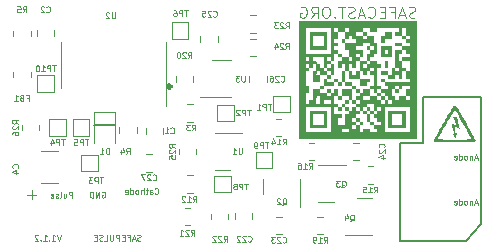
<source format=gbo>
G04 #@! TF.GenerationSoftware,KiCad,Pcbnew,5.99.0-unknown-5a0a2a8366~101~ubuntu20.04.1*
G04 #@! TF.CreationDate,2021-02-21T23:03:29+09:00*
G04 #@! TF.ProjectId,OpenHVPS-5,4f70656e-4856-4505-932d-352e6b696361,V1.1*
G04 #@! TF.SameCoordinates,Original*
G04 #@! TF.FileFunction,Legend,Bot*
G04 #@! TF.FilePolarity,Positive*
%FSLAX46Y46*%
G04 Gerber Fmt 4.6, Leading zero omitted, Abs format (unit mm)*
G04 Created by KiCad (PCBNEW 5.99.0-unknown-5a0a2a8366~101~ubuntu20.04.1) date 2021-02-21 23:03:29*
%MOMM*%
%LPD*%
G01*
G04 APERTURE LIST*
%ADD10C,0.150000*%
%ADD11C,0.325000*%
%ADD12C,0.100000*%
%ADD13C,0.075000*%
%ADD14C,0.120000*%
G04 APERTURE END LIST*
D10*
X159512000Y-77575000D02*
X165100000Y-77575000D01*
X166370000Y-76200000D02*
X165100000Y-77575000D01*
X159512000Y-69350000D02*
X161520000Y-69350000D01*
X161520000Y-65405000D02*
X166370000Y-65405000D01*
X133670000Y-67770000D02*
X135370000Y-67770000D01*
X166370000Y-65405000D02*
X166370000Y-76200000D01*
X159512000Y-71500000D02*
X159512000Y-77575000D01*
D11*
X140182500Y-64520000D02*
G75*
G03*
X140182500Y-64520000I-162500J0D01*
G01*
D10*
X161520000Y-69350000D02*
X161520000Y-65405000D01*
X159512000Y-71500000D02*
X159512000Y-69350000D01*
D12*
X134305952Y-73450000D02*
X134353571Y-73426190D01*
X134425000Y-73426190D01*
X134496428Y-73450000D01*
X134544047Y-73497619D01*
X134567857Y-73545238D01*
X134591666Y-73640476D01*
X134591666Y-73711904D01*
X134567857Y-73807142D01*
X134544047Y-73854761D01*
X134496428Y-73902380D01*
X134425000Y-73926190D01*
X134377380Y-73926190D01*
X134305952Y-73902380D01*
X134282142Y-73878571D01*
X134282142Y-73711904D01*
X134377380Y-73711904D01*
X134067857Y-73926190D02*
X134067857Y-73426190D01*
X133782142Y-73926190D01*
X133782142Y-73426190D01*
X133544047Y-73926190D02*
X133544047Y-73426190D01*
X133425000Y-73426190D01*
X133353571Y-73450000D01*
X133305952Y-73497619D01*
X133282142Y-73545238D01*
X133258333Y-73640476D01*
X133258333Y-73711904D01*
X133282142Y-73807142D01*
X133305952Y-73854761D01*
X133353571Y-73902380D01*
X133425000Y-73926190D01*
X133544047Y-73926190D01*
X160841714Y-58674523D02*
X160706000Y-58719761D01*
X160479809Y-58719761D01*
X160389333Y-58674523D01*
X160344095Y-58629285D01*
X160298857Y-58538809D01*
X160298857Y-58448333D01*
X160344095Y-58357857D01*
X160389333Y-58312619D01*
X160479809Y-58267380D01*
X160660761Y-58222142D01*
X160751238Y-58176904D01*
X160796476Y-58131666D01*
X160841714Y-58041190D01*
X160841714Y-57950714D01*
X160796476Y-57860238D01*
X160751238Y-57815000D01*
X160660761Y-57769761D01*
X160434571Y-57769761D01*
X160298857Y-57815000D01*
X159936952Y-58448333D02*
X159484571Y-58448333D01*
X160027428Y-58719761D02*
X159710761Y-57769761D01*
X159394095Y-58719761D01*
X158760761Y-58222142D02*
X159077428Y-58222142D01*
X159077428Y-58719761D02*
X159077428Y-57769761D01*
X158625047Y-57769761D01*
X158263142Y-58222142D02*
X157946476Y-58222142D01*
X157810761Y-58719761D02*
X158263142Y-58719761D01*
X158263142Y-57769761D01*
X157810761Y-57769761D01*
X156860761Y-58629285D02*
X156906000Y-58674523D01*
X157041714Y-58719761D01*
X157132190Y-58719761D01*
X157267904Y-58674523D01*
X157358380Y-58584047D01*
X157403619Y-58493571D01*
X157448857Y-58312619D01*
X157448857Y-58176904D01*
X157403619Y-57995952D01*
X157358380Y-57905476D01*
X157267904Y-57815000D01*
X157132190Y-57769761D01*
X157041714Y-57769761D01*
X156906000Y-57815000D01*
X156860761Y-57860238D01*
X156498857Y-58448333D02*
X156046476Y-58448333D01*
X156589333Y-58719761D02*
X156272666Y-57769761D01*
X155956000Y-58719761D01*
X155684571Y-58674523D02*
X155548857Y-58719761D01*
X155322666Y-58719761D01*
X155232190Y-58674523D01*
X155186952Y-58629285D01*
X155141714Y-58538809D01*
X155141714Y-58448333D01*
X155186952Y-58357857D01*
X155232190Y-58312619D01*
X155322666Y-58267380D01*
X155503619Y-58222142D01*
X155594095Y-58176904D01*
X155639333Y-58131666D01*
X155684571Y-58041190D01*
X155684571Y-57950714D01*
X155639333Y-57860238D01*
X155594095Y-57815000D01*
X155503619Y-57769761D01*
X155277428Y-57769761D01*
X155141714Y-57815000D01*
X154870285Y-57769761D02*
X154327428Y-57769761D01*
X154598857Y-58719761D02*
X154598857Y-57769761D01*
X154010761Y-58629285D02*
X153965523Y-58674523D01*
X154010761Y-58719761D01*
X154056000Y-58674523D01*
X154010761Y-58629285D01*
X154010761Y-58719761D01*
X153377428Y-57769761D02*
X153196476Y-57769761D01*
X153106000Y-57815000D01*
X153015523Y-57905476D01*
X152970285Y-58086428D01*
X152970285Y-58403095D01*
X153015523Y-58584047D01*
X153106000Y-58674523D01*
X153196476Y-58719761D01*
X153377428Y-58719761D01*
X153467904Y-58674523D01*
X153558380Y-58584047D01*
X153603619Y-58403095D01*
X153603619Y-58086428D01*
X153558380Y-57905476D01*
X153467904Y-57815000D01*
X153377428Y-57769761D01*
X152020285Y-58719761D02*
X152336952Y-58267380D01*
X152563142Y-58719761D02*
X152563142Y-57769761D01*
X152201238Y-57769761D01*
X152110761Y-57815000D01*
X152065523Y-57860238D01*
X152020285Y-57950714D01*
X152020285Y-58086428D01*
X152065523Y-58176904D01*
X152110761Y-58222142D01*
X152201238Y-58267380D01*
X152563142Y-58267380D01*
X151115523Y-57815000D02*
X151206000Y-57769761D01*
X151341714Y-57769761D01*
X151477428Y-57815000D01*
X151567904Y-57905476D01*
X151613142Y-57995952D01*
X151658380Y-58176904D01*
X151658380Y-58312619D01*
X151613142Y-58493571D01*
X151567904Y-58584047D01*
X151477428Y-58674523D01*
X151341714Y-58719761D01*
X151251238Y-58719761D01*
X151115523Y-58674523D01*
X151070285Y-58629285D01*
X151070285Y-58312619D01*
X151251238Y-58312619D01*
X128721952Y-73711428D02*
X127960047Y-73711428D01*
X128341000Y-74092380D02*
X128341000Y-73330476D01*
D13*
X137572190Y-77545380D02*
X137500761Y-77569190D01*
X137381714Y-77569190D01*
X137334095Y-77545380D01*
X137310285Y-77521571D01*
X137286476Y-77473952D01*
X137286476Y-77426333D01*
X137310285Y-77378714D01*
X137334095Y-77354904D01*
X137381714Y-77331095D01*
X137476952Y-77307285D01*
X137524571Y-77283476D01*
X137548380Y-77259666D01*
X137572190Y-77212047D01*
X137572190Y-77164428D01*
X137548380Y-77116809D01*
X137524571Y-77093000D01*
X137476952Y-77069190D01*
X137357904Y-77069190D01*
X137286476Y-77093000D01*
X137096000Y-77426333D02*
X136857904Y-77426333D01*
X137143619Y-77569190D02*
X136976952Y-77069190D01*
X136810285Y-77569190D01*
X136476952Y-77307285D02*
X136643619Y-77307285D01*
X136643619Y-77569190D02*
X136643619Y-77069190D01*
X136405523Y-77069190D01*
X136215047Y-77307285D02*
X136048380Y-77307285D01*
X135976952Y-77569190D02*
X136215047Y-77569190D01*
X136215047Y-77069190D01*
X135976952Y-77069190D01*
X135762666Y-77569190D02*
X135762666Y-77069190D01*
X135572190Y-77069190D01*
X135524571Y-77093000D01*
X135500761Y-77116809D01*
X135476952Y-77164428D01*
X135476952Y-77235857D01*
X135500761Y-77283476D01*
X135524571Y-77307285D01*
X135572190Y-77331095D01*
X135762666Y-77331095D01*
X135262666Y-77069190D02*
X135262666Y-77473952D01*
X135238857Y-77521571D01*
X135215047Y-77545380D01*
X135167428Y-77569190D01*
X135072190Y-77569190D01*
X135024571Y-77545380D01*
X135000761Y-77521571D01*
X134976952Y-77473952D01*
X134976952Y-77069190D01*
X134500761Y-77569190D02*
X134738857Y-77569190D01*
X134738857Y-77069190D01*
X134357904Y-77545380D02*
X134286476Y-77569190D01*
X134167428Y-77569190D01*
X134119809Y-77545380D01*
X134096000Y-77521571D01*
X134072190Y-77473952D01*
X134072190Y-77426333D01*
X134096000Y-77378714D01*
X134119809Y-77354904D01*
X134167428Y-77331095D01*
X134262666Y-77307285D01*
X134310285Y-77283476D01*
X134334095Y-77259666D01*
X134357904Y-77212047D01*
X134357904Y-77164428D01*
X134334095Y-77116809D01*
X134310285Y-77093000D01*
X134262666Y-77069190D01*
X134143619Y-77069190D01*
X134072190Y-77093000D01*
X133857904Y-77307285D02*
X133691238Y-77307285D01*
X133619809Y-77569190D02*
X133857904Y-77569190D01*
X133857904Y-77069190D01*
X133619809Y-77069190D01*
X130810285Y-77069190D02*
X130643619Y-77569190D01*
X130476952Y-77069190D01*
X130048380Y-77569190D02*
X130334095Y-77569190D01*
X130191238Y-77569190D02*
X130191238Y-77069190D01*
X130238857Y-77140619D01*
X130286476Y-77188238D01*
X130334095Y-77212047D01*
X129834095Y-77521571D02*
X129810285Y-77545380D01*
X129834095Y-77569190D01*
X129857904Y-77545380D01*
X129834095Y-77521571D01*
X129834095Y-77569190D01*
X129334095Y-77569190D02*
X129619809Y-77569190D01*
X129476952Y-77569190D02*
X129476952Y-77069190D01*
X129524571Y-77140619D01*
X129572190Y-77188238D01*
X129619809Y-77212047D01*
X129119809Y-77521571D02*
X129096000Y-77545380D01*
X129119809Y-77569190D01*
X129143619Y-77545380D01*
X129119809Y-77521571D01*
X129119809Y-77569190D01*
X128905523Y-77116809D02*
X128881714Y-77093000D01*
X128834095Y-77069190D01*
X128715047Y-77069190D01*
X128667428Y-77093000D01*
X128643619Y-77116809D01*
X128619809Y-77164428D01*
X128619809Y-77212047D01*
X128643619Y-77283476D01*
X128929333Y-77569190D01*
X128619809Y-77569190D01*
D12*
X131785761Y-73926190D02*
X131785761Y-73426190D01*
X131595285Y-73426190D01*
X131547666Y-73450000D01*
X131523857Y-73473809D01*
X131500047Y-73521428D01*
X131500047Y-73592857D01*
X131523857Y-73640476D01*
X131547666Y-73664285D01*
X131595285Y-73688095D01*
X131785761Y-73688095D01*
X131071476Y-73592857D02*
X131071476Y-73926190D01*
X131285761Y-73592857D02*
X131285761Y-73854761D01*
X131261952Y-73902380D01*
X131214333Y-73926190D01*
X131142904Y-73926190D01*
X131095285Y-73902380D01*
X131071476Y-73878571D01*
X130761952Y-73926190D02*
X130809571Y-73902380D01*
X130833380Y-73854761D01*
X130833380Y-73426190D01*
X130595285Y-73902380D02*
X130547666Y-73926190D01*
X130452428Y-73926190D01*
X130404809Y-73902380D01*
X130381000Y-73854761D01*
X130381000Y-73830952D01*
X130404809Y-73783333D01*
X130452428Y-73759523D01*
X130523857Y-73759523D01*
X130571476Y-73735714D01*
X130595285Y-73688095D01*
X130595285Y-73664285D01*
X130571476Y-73616666D01*
X130523857Y-73592857D01*
X130452428Y-73592857D01*
X130404809Y-73616666D01*
X129976238Y-73902380D02*
X130023857Y-73926190D01*
X130119095Y-73926190D01*
X130166714Y-73902380D01*
X130190523Y-73854761D01*
X130190523Y-73664285D01*
X130166714Y-73616666D01*
X130119095Y-73592857D01*
X130023857Y-73592857D01*
X129976238Y-73616666D01*
X129952428Y-73664285D01*
X129952428Y-73711904D01*
X130190523Y-73759523D01*
D13*
X166111904Y-70568333D02*
X165873809Y-70568333D01*
X166159523Y-70711190D02*
X165992857Y-70211190D01*
X165826190Y-70711190D01*
X165659523Y-70377857D02*
X165659523Y-70711190D01*
X165659523Y-70425476D02*
X165635714Y-70401666D01*
X165588095Y-70377857D01*
X165516666Y-70377857D01*
X165469047Y-70401666D01*
X165445238Y-70449285D01*
X165445238Y-70711190D01*
X165135714Y-70711190D02*
X165183333Y-70687380D01*
X165207142Y-70663571D01*
X165230952Y-70615952D01*
X165230952Y-70473095D01*
X165207142Y-70425476D01*
X165183333Y-70401666D01*
X165135714Y-70377857D01*
X165064285Y-70377857D01*
X165016666Y-70401666D01*
X164992857Y-70425476D01*
X164969047Y-70473095D01*
X164969047Y-70615952D01*
X164992857Y-70663571D01*
X165016666Y-70687380D01*
X165064285Y-70711190D01*
X165135714Y-70711190D01*
X164540476Y-70711190D02*
X164540476Y-70211190D01*
X164540476Y-70687380D02*
X164588095Y-70711190D01*
X164683333Y-70711190D01*
X164730952Y-70687380D01*
X164754761Y-70663571D01*
X164778571Y-70615952D01*
X164778571Y-70473095D01*
X164754761Y-70425476D01*
X164730952Y-70401666D01*
X164683333Y-70377857D01*
X164588095Y-70377857D01*
X164540476Y-70401666D01*
X164111904Y-70687380D02*
X164159523Y-70711190D01*
X164254761Y-70711190D01*
X164302380Y-70687380D01*
X164326190Y-70639761D01*
X164326190Y-70449285D01*
X164302380Y-70401666D01*
X164254761Y-70377857D01*
X164159523Y-70377857D01*
X164111904Y-70401666D01*
X164088095Y-70449285D01*
X164088095Y-70496904D01*
X164326190Y-70544523D01*
X166111904Y-74378333D02*
X165873809Y-74378333D01*
X166159523Y-74521190D02*
X165992857Y-74021190D01*
X165826190Y-74521190D01*
X165659523Y-74187857D02*
X165659523Y-74521190D01*
X165659523Y-74235476D02*
X165635714Y-74211666D01*
X165588095Y-74187857D01*
X165516666Y-74187857D01*
X165469047Y-74211666D01*
X165445238Y-74259285D01*
X165445238Y-74521190D01*
X165135714Y-74521190D02*
X165183333Y-74497380D01*
X165207142Y-74473571D01*
X165230952Y-74425952D01*
X165230952Y-74283095D01*
X165207142Y-74235476D01*
X165183333Y-74211666D01*
X165135714Y-74187857D01*
X165064285Y-74187857D01*
X165016666Y-74211666D01*
X164992857Y-74235476D01*
X164969047Y-74283095D01*
X164969047Y-74425952D01*
X164992857Y-74473571D01*
X165016666Y-74497380D01*
X165064285Y-74521190D01*
X165135714Y-74521190D01*
X164540476Y-74521190D02*
X164540476Y-74021190D01*
X164540476Y-74497380D02*
X164588095Y-74521190D01*
X164683333Y-74521190D01*
X164730952Y-74497380D01*
X164754761Y-74473571D01*
X164778571Y-74425952D01*
X164778571Y-74283095D01*
X164754761Y-74235476D01*
X164730952Y-74211666D01*
X164683333Y-74187857D01*
X164588095Y-74187857D01*
X164540476Y-74211666D01*
X164111904Y-74497380D02*
X164159523Y-74521190D01*
X164254761Y-74521190D01*
X164302380Y-74497380D01*
X164326190Y-74449761D01*
X164326190Y-74259285D01*
X164302380Y-74211666D01*
X164254761Y-74187857D01*
X164159523Y-74187857D01*
X164111904Y-74211666D01*
X164088095Y-74259285D01*
X164088095Y-74306904D01*
X164326190Y-74354523D01*
X138775142Y-73584571D02*
X138798952Y-73608380D01*
X138870380Y-73632190D01*
X138918000Y-73632190D01*
X138989428Y-73608380D01*
X139037047Y-73560761D01*
X139060857Y-73513142D01*
X139084666Y-73417904D01*
X139084666Y-73346476D01*
X139060857Y-73251238D01*
X139037047Y-73203619D01*
X138989428Y-73156000D01*
X138918000Y-73132190D01*
X138870380Y-73132190D01*
X138798952Y-73156000D01*
X138775142Y-73179809D01*
X138346571Y-73632190D02*
X138346571Y-73370285D01*
X138370380Y-73322666D01*
X138418000Y-73298857D01*
X138513238Y-73298857D01*
X138560857Y-73322666D01*
X138346571Y-73608380D02*
X138394190Y-73632190D01*
X138513238Y-73632190D01*
X138560857Y-73608380D01*
X138584666Y-73560761D01*
X138584666Y-73513142D01*
X138560857Y-73465523D01*
X138513238Y-73441714D01*
X138394190Y-73441714D01*
X138346571Y-73417904D01*
X138179904Y-73298857D02*
X137989428Y-73298857D01*
X138108476Y-73132190D02*
X138108476Y-73560761D01*
X138084666Y-73608380D01*
X138037047Y-73632190D01*
X137989428Y-73632190D01*
X137822761Y-73632190D02*
X137822761Y-73132190D01*
X137608476Y-73632190D02*
X137608476Y-73370285D01*
X137632285Y-73322666D01*
X137679904Y-73298857D01*
X137751333Y-73298857D01*
X137798952Y-73322666D01*
X137822761Y-73346476D01*
X137298952Y-73632190D02*
X137346571Y-73608380D01*
X137370380Y-73584571D01*
X137394190Y-73536952D01*
X137394190Y-73394095D01*
X137370380Y-73346476D01*
X137346571Y-73322666D01*
X137298952Y-73298857D01*
X137227523Y-73298857D01*
X137179904Y-73322666D01*
X137156095Y-73346476D01*
X137132285Y-73394095D01*
X137132285Y-73536952D01*
X137156095Y-73584571D01*
X137179904Y-73608380D01*
X137227523Y-73632190D01*
X137298952Y-73632190D01*
X136703714Y-73632190D02*
X136703714Y-73132190D01*
X136703714Y-73608380D02*
X136751333Y-73632190D01*
X136846571Y-73632190D01*
X136894190Y-73608380D01*
X136918000Y-73584571D01*
X136941809Y-73536952D01*
X136941809Y-73394095D01*
X136918000Y-73346476D01*
X136894190Y-73322666D01*
X136846571Y-73298857D01*
X136751333Y-73298857D01*
X136703714Y-73322666D01*
X136275142Y-73608380D02*
X136322761Y-73632190D01*
X136418000Y-73632190D01*
X136465619Y-73608380D01*
X136489428Y-73560761D01*
X136489428Y-73370285D01*
X136465619Y-73322666D01*
X136418000Y-73298857D01*
X136322761Y-73298857D01*
X136275142Y-73322666D01*
X136251333Y-73370285D01*
X136251333Y-73417904D01*
X136489428Y-73465523D01*
X133150952Y-68996190D02*
X132865238Y-68996190D01*
X133008095Y-69496190D02*
X133008095Y-68996190D01*
X132698571Y-69496190D02*
X132698571Y-68996190D01*
X132508095Y-68996190D01*
X132460476Y-69020000D01*
X132436666Y-69043809D01*
X132412857Y-69091428D01*
X132412857Y-69162857D01*
X132436666Y-69210476D01*
X132460476Y-69234285D01*
X132508095Y-69258095D01*
X132698571Y-69258095D01*
X131960476Y-68996190D02*
X132198571Y-68996190D01*
X132222380Y-69234285D01*
X132198571Y-69210476D01*
X132150952Y-69186666D01*
X132031904Y-69186666D01*
X131984285Y-69210476D01*
X131960476Y-69234285D01*
X131936666Y-69281904D01*
X131936666Y-69400952D01*
X131960476Y-69448571D01*
X131984285Y-69472380D01*
X132031904Y-69496190D01*
X132150952Y-69496190D01*
X132198571Y-69472380D01*
X132222380Y-69448571D01*
X141841428Y-77144690D02*
X142008095Y-76906595D01*
X142127142Y-77144690D02*
X142127142Y-76644690D01*
X141936666Y-76644690D01*
X141889047Y-76668500D01*
X141865238Y-76692309D01*
X141841428Y-76739928D01*
X141841428Y-76811357D01*
X141865238Y-76858976D01*
X141889047Y-76882785D01*
X141936666Y-76906595D01*
X142127142Y-76906595D01*
X141650952Y-76692309D02*
X141627142Y-76668500D01*
X141579523Y-76644690D01*
X141460476Y-76644690D01*
X141412857Y-76668500D01*
X141389047Y-76692309D01*
X141365238Y-76739928D01*
X141365238Y-76787547D01*
X141389047Y-76858976D01*
X141674761Y-77144690D01*
X141365238Y-77144690D01*
X140889047Y-77144690D02*
X141174761Y-77144690D01*
X141031904Y-77144690D02*
X141031904Y-76644690D01*
X141079523Y-76716119D01*
X141127142Y-76763738D01*
X141174761Y-76787547D01*
X148630952Y-65976190D02*
X148345238Y-65976190D01*
X148488095Y-66476190D02*
X148488095Y-65976190D01*
X148178571Y-66476190D02*
X148178571Y-65976190D01*
X147988095Y-65976190D01*
X147940476Y-66000000D01*
X147916666Y-66023809D01*
X147892857Y-66071428D01*
X147892857Y-66142857D01*
X147916666Y-66190476D01*
X147940476Y-66214285D01*
X147988095Y-66238095D01*
X148178571Y-66238095D01*
X147416666Y-66476190D02*
X147702380Y-66476190D01*
X147559523Y-66476190D02*
X147559523Y-65976190D01*
X147607142Y-66047619D01*
X147654761Y-66095238D01*
X147702380Y-66119047D01*
X142012928Y-74300190D02*
X142179595Y-74062095D01*
X142298642Y-74300190D02*
X142298642Y-73800190D01*
X142108166Y-73800190D01*
X142060547Y-73824000D01*
X142036738Y-73847809D01*
X142012928Y-73895428D01*
X142012928Y-73966857D01*
X142036738Y-74014476D01*
X142060547Y-74038285D01*
X142108166Y-74062095D01*
X142298642Y-74062095D01*
X141536738Y-74300190D02*
X141822452Y-74300190D01*
X141679595Y-74300190D02*
X141679595Y-73800190D01*
X141727214Y-73871619D01*
X141774833Y-73919238D01*
X141822452Y-73943047D01*
X141346261Y-73847809D02*
X141322452Y-73824000D01*
X141274833Y-73800190D01*
X141155785Y-73800190D01*
X141108166Y-73824000D01*
X141084357Y-73847809D01*
X141060547Y-73895428D01*
X141060547Y-73943047D01*
X141084357Y-74014476D01*
X141370071Y-74300190D01*
X141060547Y-74300190D01*
X154567619Y-73043809D02*
X154615238Y-73020000D01*
X154662857Y-72972380D01*
X154734285Y-72900952D01*
X154781904Y-72877142D01*
X154829523Y-72877142D01*
X154805714Y-72996190D02*
X154853333Y-72972380D01*
X154900952Y-72924761D01*
X154924761Y-72829523D01*
X154924761Y-72662857D01*
X154900952Y-72567619D01*
X154853333Y-72520000D01*
X154805714Y-72496190D01*
X154710476Y-72496190D01*
X154662857Y-72520000D01*
X154615238Y-72567619D01*
X154591428Y-72662857D01*
X154591428Y-72829523D01*
X154615238Y-72924761D01*
X154662857Y-72972380D01*
X154710476Y-72996190D01*
X154805714Y-72996190D01*
X154424761Y-72496190D02*
X154115238Y-72496190D01*
X154281904Y-72686666D01*
X154210476Y-72686666D01*
X154162857Y-72710476D01*
X154139047Y-72734285D01*
X154115238Y-72781904D01*
X154115238Y-72900952D01*
X154139047Y-72948571D01*
X154162857Y-72972380D01*
X154210476Y-72996190D01*
X154353333Y-72996190D01*
X154400952Y-72972380D01*
X154424761Y-72948571D01*
X141557202Y-58078190D02*
X141271488Y-58078190D01*
X141414345Y-58578190D02*
X141414345Y-58078190D01*
X141104821Y-58578190D02*
X141104821Y-58078190D01*
X140914345Y-58078190D01*
X140866726Y-58102000D01*
X140842916Y-58125809D01*
X140819107Y-58173428D01*
X140819107Y-58244857D01*
X140842916Y-58292476D01*
X140866726Y-58316285D01*
X140914345Y-58340095D01*
X141104821Y-58340095D01*
X140390535Y-58078190D02*
X140485773Y-58078190D01*
X140533392Y-58102000D01*
X140557202Y-58125809D01*
X140604821Y-58197238D01*
X140628630Y-58292476D01*
X140628630Y-58482952D01*
X140604821Y-58530571D01*
X140581011Y-58554380D01*
X140533392Y-58578190D01*
X140438154Y-58578190D01*
X140390535Y-58554380D01*
X140366726Y-58530571D01*
X140342916Y-58482952D01*
X140342916Y-58363904D01*
X140366726Y-58316285D01*
X140390535Y-58292476D01*
X140438154Y-58268666D01*
X140533392Y-58268666D01*
X140581011Y-58292476D01*
X140604821Y-58316285D01*
X140628630Y-58363904D01*
X149841428Y-61357440D02*
X150008095Y-61119345D01*
X150127142Y-61357440D02*
X150127142Y-60857440D01*
X149936666Y-60857440D01*
X149889047Y-60881250D01*
X149865238Y-60905059D01*
X149841428Y-60952678D01*
X149841428Y-61024107D01*
X149865238Y-61071726D01*
X149889047Y-61095535D01*
X149936666Y-61119345D01*
X150127142Y-61119345D01*
X149650952Y-60905059D02*
X149627142Y-60881250D01*
X149579523Y-60857440D01*
X149460476Y-60857440D01*
X149412857Y-60881250D01*
X149389047Y-60905059D01*
X149365238Y-60952678D01*
X149365238Y-61000297D01*
X149389047Y-61071726D01*
X149674761Y-61357440D01*
X149365238Y-61357440D01*
X148936666Y-61024107D02*
X148936666Y-61357440D01*
X149055714Y-60833630D02*
X149174761Y-61190773D01*
X148865238Y-61190773D01*
X149591428Y-77698571D02*
X149615238Y-77722380D01*
X149686666Y-77746190D01*
X149734285Y-77746190D01*
X149805714Y-77722380D01*
X149853333Y-77674761D01*
X149877142Y-77627142D01*
X149900952Y-77531904D01*
X149900952Y-77460476D01*
X149877142Y-77365238D01*
X149853333Y-77317619D01*
X149805714Y-77270000D01*
X149734285Y-77246190D01*
X149686666Y-77246190D01*
X149615238Y-77270000D01*
X149591428Y-77293809D01*
X149400952Y-77293809D02*
X149377142Y-77270000D01*
X149329523Y-77246190D01*
X149210476Y-77246190D01*
X149162857Y-77270000D01*
X149139047Y-77293809D01*
X149115238Y-77341428D01*
X149115238Y-77389047D01*
X149139047Y-77460476D01*
X149424761Y-77746190D01*
X149115238Y-77746190D01*
X148948571Y-77246190D02*
X148639047Y-77246190D01*
X148805714Y-77436666D01*
X148734285Y-77436666D01*
X148686666Y-77460476D01*
X148662857Y-77484285D01*
X148639047Y-77531904D01*
X148639047Y-77650952D01*
X148662857Y-77698571D01*
X148686666Y-77722380D01*
X148734285Y-77746190D01*
X148877142Y-77746190D01*
X148924761Y-77722380D01*
X148948571Y-77698571D01*
X129603333Y-58198571D02*
X129627142Y-58222380D01*
X129698571Y-58246190D01*
X129746190Y-58246190D01*
X129817619Y-58222380D01*
X129865238Y-58174761D01*
X129889047Y-58127142D01*
X129912857Y-58031904D01*
X129912857Y-57960476D01*
X129889047Y-57865238D01*
X129865238Y-57817619D01*
X129817619Y-57770000D01*
X129746190Y-57746190D01*
X129698571Y-57746190D01*
X129627142Y-57770000D01*
X129603333Y-57793809D01*
X129412857Y-57793809D02*
X129389047Y-57770000D01*
X129341428Y-57746190D01*
X129222380Y-57746190D01*
X129174761Y-57770000D01*
X129150952Y-57793809D01*
X129127142Y-57841428D01*
X129127142Y-57889047D01*
X129150952Y-57960476D01*
X129436666Y-58246190D01*
X129127142Y-58246190D01*
X134380952Y-72226190D02*
X134095238Y-72226190D01*
X134238095Y-72726190D02*
X134238095Y-72226190D01*
X133928571Y-72726190D02*
X133928571Y-72226190D01*
X133738095Y-72226190D01*
X133690476Y-72250000D01*
X133666666Y-72273809D01*
X133642857Y-72321428D01*
X133642857Y-72392857D01*
X133666666Y-72440476D01*
X133690476Y-72464285D01*
X133738095Y-72488095D01*
X133928571Y-72488095D01*
X133476190Y-72226190D02*
X133166666Y-72226190D01*
X133333333Y-72416666D01*
X133261904Y-72416666D01*
X133214285Y-72440476D01*
X133190476Y-72464285D01*
X133166666Y-72511904D01*
X133166666Y-72630952D01*
X133190476Y-72678571D01*
X133214285Y-72702380D01*
X133261904Y-72726190D01*
X133404761Y-72726190D01*
X133452380Y-72702380D01*
X133476190Y-72678571D01*
X158178571Y-69678571D02*
X158202380Y-69654761D01*
X158226190Y-69583333D01*
X158226190Y-69535714D01*
X158202380Y-69464285D01*
X158154761Y-69416666D01*
X158107142Y-69392857D01*
X158011904Y-69369047D01*
X157940476Y-69369047D01*
X157845238Y-69392857D01*
X157797619Y-69416666D01*
X157750000Y-69464285D01*
X157726190Y-69535714D01*
X157726190Y-69583333D01*
X157750000Y-69654761D01*
X157773809Y-69678571D01*
X157773809Y-69869047D02*
X157750000Y-69892857D01*
X157726190Y-69940476D01*
X157726190Y-70059523D01*
X157750000Y-70107142D01*
X157773809Y-70130952D01*
X157821428Y-70154761D01*
X157869047Y-70154761D01*
X157940476Y-70130952D01*
X158226190Y-69845238D01*
X158226190Y-70154761D01*
X157892857Y-70583333D02*
X158226190Y-70583333D01*
X157702380Y-70464285D02*
X158059523Y-70345238D01*
X158059523Y-70654761D01*
X140496190Y-69698571D02*
X140258095Y-69531904D01*
X140496190Y-69412857D02*
X139996190Y-69412857D01*
X139996190Y-69603333D01*
X140020000Y-69650952D01*
X140043809Y-69674761D01*
X140091428Y-69698571D01*
X140162857Y-69698571D01*
X140210476Y-69674761D01*
X140234285Y-69650952D01*
X140258095Y-69603333D01*
X140258095Y-69412857D01*
X140043809Y-69889047D02*
X140020000Y-69912857D01*
X139996190Y-69960476D01*
X139996190Y-70079523D01*
X140020000Y-70127142D01*
X140043809Y-70150952D01*
X140091428Y-70174761D01*
X140139047Y-70174761D01*
X140210476Y-70150952D01*
X140496190Y-69865238D01*
X140496190Y-70174761D01*
X139996190Y-70627142D02*
X139996190Y-70389047D01*
X140234285Y-70365238D01*
X140210476Y-70389047D01*
X140186666Y-70436666D01*
X140186666Y-70555714D01*
X140210476Y-70603333D01*
X140234285Y-70627142D01*
X140281904Y-70650952D01*
X140400952Y-70650952D01*
X140448571Y-70627142D01*
X140472380Y-70603333D01*
X140496190Y-70555714D01*
X140496190Y-70436666D01*
X140472380Y-70389047D01*
X140448571Y-70365238D01*
X144606428Y-77664690D02*
X144773095Y-77426595D01*
X144892142Y-77664690D02*
X144892142Y-77164690D01*
X144701666Y-77164690D01*
X144654047Y-77188500D01*
X144630238Y-77212309D01*
X144606428Y-77259928D01*
X144606428Y-77331357D01*
X144630238Y-77378976D01*
X144654047Y-77402785D01*
X144701666Y-77426595D01*
X144892142Y-77426595D01*
X144415952Y-77212309D02*
X144392142Y-77188500D01*
X144344523Y-77164690D01*
X144225476Y-77164690D01*
X144177857Y-77188500D01*
X144154047Y-77212309D01*
X144130238Y-77259928D01*
X144130238Y-77307547D01*
X144154047Y-77378976D01*
X144439761Y-77664690D01*
X144130238Y-77664690D01*
X143939761Y-77212309D02*
X143915952Y-77188500D01*
X143868333Y-77164690D01*
X143749285Y-77164690D01*
X143701666Y-77188500D01*
X143677857Y-77212309D01*
X143654047Y-77259928D01*
X143654047Y-77307547D01*
X143677857Y-77378976D01*
X143963571Y-77664690D01*
X143654047Y-77664690D01*
X134889047Y-70246190D02*
X134889047Y-69746190D01*
X134770000Y-69746190D01*
X134698571Y-69770000D01*
X134650952Y-69817619D01*
X134627142Y-69865238D01*
X134603333Y-69960476D01*
X134603333Y-70031904D01*
X134627142Y-70127142D01*
X134650952Y-70174761D01*
X134698571Y-70222380D01*
X134770000Y-70246190D01*
X134889047Y-70246190D01*
X134127142Y-70246190D02*
X134412857Y-70246190D01*
X134270000Y-70246190D02*
X134270000Y-69746190D01*
X134317619Y-69817619D01*
X134365238Y-69865238D01*
X134412857Y-69889047D01*
X127603333Y-58246190D02*
X127770000Y-58008095D01*
X127889047Y-58246190D02*
X127889047Y-57746190D01*
X127698571Y-57746190D01*
X127650952Y-57770000D01*
X127627142Y-57793809D01*
X127603333Y-57841428D01*
X127603333Y-57912857D01*
X127627142Y-57960476D01*
X127650952Y-57984285D01*
X127698571Y-58008095D01*
X127889047Y-58008095D01*
X127150952Y-57746190D02*
X127389047Y-57746190D01*
X127412857Y-57984285D01*
X127389047Y-57960476D01*
X127341428Y-57936666D01*
X127222380Y-57936666D01*
X127174761Y-57960476D01*
X127150952Y-57984285D01*
X127127142Y-58031904D01*
X127127142Y-58150952D01*
X127150952Y-58198571D01*
X127174761Y-58222380D01*
X127222380Y-58246190D01*
X127341428Y-58246190D01*
X127389047Y-58222380D01*
X127412857Y-58198571D01*
X146400952Y-63607440D02*
X146400952Y-64012202D01*
X146377142Y-64059821D01*
X146353333Y-64083630D01*
X146305714Y-64107440D01*
X146210476Y-64107440D01*
X146162857Y-64083630D01*
X146139047Y-64059821D01*
X146115238Y-64012202D01*
X146115238Y-63607440D01*
X145924761Y-63607440D02*
X145615238Y-63607440D01*
X145781904Y-63797916D01*
X145710476Y-63797916D01*
X145662857Y-63821726D01*
X145639047Y-63845535D01*
X145615238Y-63893154D01*
X145615238Y-64012202D01*
X145639047Y-64059821D01*
X145662857Y-64083630D01*
X145710476Y-64107440D01*
X145853333Y-64107440D01*
X145900952Y-64083630D01*
X145924761Y-64059821D01*
X146661428Y-77617071D02*
X146685238Y-77640880D01*
X146756666Y-77664690D01*
X146804285Y-77664690D01*
X146875714Y-77640880D01*
X146923333Y-77593261D01*
X146947142Y-77545642D01*
X146970952Y-77450404D01*
X146970952Y-77378976D01*
X146947142Y-77283738D01*
X146923333Y-77236119D01*
X146875714Y-77188500D01*
X146804285Y-77164690D01*
X146756666Y-77164690D01*
X146685238Y-77188500D01*
X146661428Y-77212309D01*
X146470952Y-77212309D02*
X146447142Y-77188500D01*
X146399523Y-77164690D01*
X146280476Y-77164690D01*
X146232857Y-77188500D01*
X146209047Y-77212309D01*
X146185238Y-77259928D01*
X146185238Y-77307547D01*
X146209047Y-77378976D01*
X146494761Y-77664690D01*
X146185238Y-77664690D01*
X145994761Y-77212309D02*
X145970952Y-77188500D01*
X145923333Y-77164690D01*
X145804285Y-77164690D01*
X145756666Y-77188500D01*
X145732857Y-77212309D01*
X145709047Y-77259928D01*
X145709047Y-77307547D01*
X145732857Y-77378976D01*
X146018571Y-77664690D01*
X145709047Y-77664690D01*
X155317619Y-75914809D02*
X155365238Y-75891000D01*
X155412857Y-75843380D01*
X155484285Y-75771952D01*
X155531904Y-75748142D01*
X155579523Y-75748142D01*
X155555714Y-75867190D02*
X155603333Y-75843380D01*
X155650952Y-75795761D01*
X155674761Y-75700523D01*
X155674761Y-75533857D01*
X155650952Y-75438619D01*
X155603333Y-75391000D01*
X155555714Y-75367190D01*
X155460476Y-75367190D01*
X155412857Y-75391000D01*
X155365238Y-75438619D01*
X155341428Y-75533857D01*
X155341428Y-75700523D01*
X155365238Y-75795761D01*
X155412857Y-75843380D01*
X155460476Y-75867190D01*
X155555714Y-75867190D01*
X154912857Y-75533857D02*
X154912857Y-75867190D01*
X155031904Y-75343380D02*
X155150952Y-75700523D01*
X154841428Y-75700523D01*
X141591428Y-62107440D02*
X141758095Y-61869345D01*
X141877142Y-62107440D02*
X141877142Y-61607440D01*
X141686666Y-61607440D01*
X141639047Y-61631250D01*
X141615238Y-61655059D01*
X141591428Y-61702678D01*
X141591428Y-61774107D01*
X141615238Y-61821726D01*
X141639047Y-61845535D01*
X141686666Y-61869345D01*
X141877142Y-61869345D01*
X141400952Y-61655059D02*
X141377142Y-61631250D01*
X141329523Y-61607440D01*
X141210476Y-61607440D01*
X141162857Y-61631250D01*
X141139047Y-61655059D01*
X141115238Y-61702678D01*
X141115238Y-61750297D01*
X141139047Y-61821726D01*
X141424761Y-62107440D01*
X141115238Y-62107440D01*
X140805714Y-61607440D02*
X140758095Y-61607440D01*
X140710476Y-61631250D01*
X140686666Y-61655059D01*
X140662857Y-61702678D01*
X140639047Y-61797916D01*
X140639047Y-61916964D01*
X140662857Y-62012202D01*
X140686666Y-62059821D01*
X140710476Y-62083630D01*
X140758095Y-62107440D01*
X140805714Y-62107440D01*
X140853333Y-62083630D01*
X140877142Y-62059821D01*
X140900952Y-62012202D01*
X140924761Y-61916964D01*
X140924761Y-61797916D01*
X140900952Y-61702678D01*
X140877142Y-61655059D01*
X140853333Y-61631250D01*
X140805714Y-61607440D01*
X149567619Y-74543809D02*
X149615238Y-74520000D01*
X149662857Y-74472380D01*
X149734285Y-74400952D01*
X149781904Y-74377142D01*
X149829523Y-74377142D01*
X149805714Y-74496190D02*
X149853333Y-74472380D01*
X149900952Y-74424761D01*
X149924761Y-74329523D01*
X149924761Y-74162857D01*
X149900952Y-74067619D01*
X149853333Y-74020000D01*
X149805714Y-73996190D01*
X149710476Y-73996190D01*
X149662857Y-74020000D01*
X149615238Y-74067619D01*
X149591428Y-74162857D01*
X149591428Y-74329523D01*
X149615238Y-74424761D01*
X149662857Y-74472380D01*
X149710476Y-74496190D01*
X149805714Y-74496190D01*
X149400952Y-74043809D02*
X149377142Y-74020000D01*
X149329523Y-73996190D01*
X149210476Y-73996190D01*
X149162857Y-74020000D01*
X149139047Y-74043809D01*
X149115238Y-74091428D01*
X149115238Y-74139047D01*
X149139047Y-74210476D01*
X149424761Y-74496190D01*
X149115238Y-74496190D01*
X130389047Y-62726190D02*
X130103333Y-62726190D01*
X130246190Y-63226190D02*
X130246190Y-62726190D01*
X129936666Y-63226190D02*
X129936666Y-62726190D01*
X129746190Y-62726190D01*
X129698571Y-62750000D01*
X129674761Y-62773809D01*
X129650952Y-62821428D01*
X129650952Y-62892857D01*
X129674761Y-62940476D01*
X129698571Y-62964285D01*
X129746190Y-62988095D01*
X129936666Y-62988095D01*
X129174761Y-63226190D02*
X129460476Y-63226190D01*
X129317619Y-63226190D02*
X129317619Y-62726190D01*
X129365238Y-62797619D01*
X129412857Y-62845238D01*
X129460476Y-62869047D01*
X128865238Y-62726190D02*
X128817619Y-62726190D01*
X128770000Y-62750000D01*
X128746190Y-62773809D01*
X128722380Y-62821428D01*
X128698571Y-62916666D01*
X128698571Y-63035714D01*
X128722380Y-63130952D01*
X128746190Y-63178571D01*
X128770000Y-63202380D01*
X128817619Y-63226190D01*
X128865238Y-63226190D01*
X128912857Y-63202380D01*
X128936666Y-63178571D01*
X128960476Y-63130952D01*
X128984285Y-63035714D01*
X128984285Y-62916666D01*
X128960476Y-62821428D01*
X128936666Y-62773809D01*
X128912857Y-62750000D01*
X128865238Y-62726190D01*
X149841428Y-59607440D02*
X150008095Y-59369345D01*
X150127142Y-59607440D02*
X150127142Y-59107440D01*
X149936666Y-59107440D01*
X149889047Y-59131250D01*
X149865238Y-59155059D01*
X149841428Y-59202678D01*
X149841428Y-59274107D01*
X149865238Y-59321726D01*
X149889047Y-59345535D01*
X149936666Y-59369345D01*
X150127142Y-59369345D01*
X149650952Y-59155059D02*
X149627142Y-59131250D01*
X149579523Y-59107440D01*
X149460476Y-59107440D01*
X149412857Y-59131250D01*
X149389047Y-59155059D01*
X149365238Y-59202678D01*
X149365238Y-59250297D01*
X149389047Y-59321726D01*
X149674761Y-59607440D01*
X149365238Y-59607440D01*
X149198571Y-59107440D02*
X148889047Y-59107440D01*
X149055714Y-59297916D01*
X148984285Y-59297916D01*
X148936666Y-59321726D01*
X148912857Y-59345535D01*
X148889047Y-59393154D01*
X148889047Y-59512202D01*
X148912857Y-59559821D01*
X148936666Y-59583630D01*
X148984285Y-59607440D01*
X149127142Y-59607440D01*
X149174761Y-59583630D01*
X149198571Y-59559821D01*
X140103333Y-68448571D02*
X140127142Y-68472380D01*
X140198571Y-68496190D01*
X140246190Y-68496190D01*
X140317619Y-68472380D01*
X140365238Y-68424761D01*
X140389047Y-68377142D01*
X140412857Y-68281904D01*
X140412857Y-68210476D01*
X140389047Y-68115238D01*
X140365238Y-68067619D01*
X140317619Y-68020000D01*
X140246190Y-67996190D01*
X140198571Y-67996190D01*
X140127142Y-68020000D01*
X140103333Y-68043809D01*
X139627142Y-68496190D02*
X139912857Y-68496190D01*
X139770000Y-68496190D02*
X139770000Y-67996190D01*
X139817619Y-68067619D01*
X139865238Y-68115238D01*
X139912857Y-68139047D01*
X149603428Y-69438190D02*
X149770095Y-69200095D01*
X149889142Y-69438190D02*
X149889142Y-68938190D01*
X149698666Y-68938190D01*
X149651047Y-68962000D01*
X149627238Y-68985809D01*
X149603428Y-69033428D01*
X149603428Y-69104857D01*
X149627238Y-69152476D01*
X149651047Y-69176285D01*
X149698666Y-69200095D01*
X149889142Y-69200095D01*
X149127238Y-69438190D02*
X149412952Y-69438190D01*
X149270095Y-69438190D02*
X149270095Y-68938190D01*
X149317714Y-69009619D01*
X149365333Y-69057238D01*
X149412952Y-69081047D01*
X148698666Y-69104857D02*
X148698666Y-69438190D01*
X148817714Y-68914380D02*
X148936761Y-69271523D01*
X148627238Y-69271523D01*
X146880952Y-66476190D02*
X146595238Y-66476190D01*
X146738095Y-66976190D02*
X146738095Y-66476190D01*
X146428571Y-66976190D02*
X146428571Y-66476190D01*
X146238095Y-66476190D01*
X146190476Y-66500000D01*
X146166666Y-66523809D01*
X146142857Y-66571428D01*
X146142857Y-66642857D01*
X146166666Y-66690476D01*
X146190476Y-66714285D01*
X146238095Y-66738095D01*
X146428571Y-66738095D01*
X145952380Y-66523809D02*
X145928571Y-66500000D01*
X145880952Y-66476190D01*
X145761904Y-66476190D01*
X145714285Y-66500000D01*
X145690476Y-66523809D01*
X145666666Y-66571428D01*
X145666666Y-66619047D01*
X145690476Y-66690476D01*
X145976190Y-66976190D01*
X145666666Y-66976190D01*
X146650952Y-72746190D02*
X146365238Y-72746190D01*
X146508095Y-73246190D02*
X146508095Y-72746190D01*
X146198571Y-73246190D02*
X146198571Y-72746190D01*
X146008095Y-72746190D01*
X145960476Y-72770000D01*
X145936666Y-72793809D01*
X145912857Y-72841428D01*
X145912857Y-72912857D01*
X145936666Y-72960476D01*
X145960476Y-72984285D01*
X146008095Y-73008095D01*
X146198571Y-73008095D01*
X145627142Y-72960476D02*
X145674761Y-72936666D01*
X145698571Y-72912857D01*
X145722380Y-72865238D01*
X145722380Y-72841428D01*
X145698571Y-72793809D01*
X145674761Y-72770000D01*
X145627142Y-72746190D01*
X145531904Y-72746190D01*
X145484285Y-72770000D01*
X145460476Y-72793809D01*
X145436666Y-72841428D01*
X145436666Y-72865238D01*
X145460476Y-72912857D01*
X145484285Y-72936666D01*
X145531904Y-72960476D01*
X145627142Y-72960476D01*
X145674761Y-72984285D01*
X145698571Y-73008095D01*
X145722380Y-73055714D01*
X145722380Y-73150952D01*
X145698571Y-73198571D01*
X145674761Y-73222380D01*
X145627142Y-73246190D01*
X145531904Y-73246190D01*
X145484285Y-73222380D01*
X145460476Y-73198571D01*
X145436666Y-73150952D01*
X145436666Y-73055714D01*
X145460476Y-73008095D01*
X145484285Y-72984285D01*
X145531904Y-72960476D01*
X148380952Y-69246190D02*
X148095238Y-69246190D01*
X148238095Y-69746190D02*
X148238095Y-69246190D01*
X147928571Y-69746190D02*
X147928571Y-69246190D01*
X147738095Y-69246190D01*
X147690476Y-69270000D01*
X147666666Y-69293809D01*
X147642857Y-69341428D01*
X147642857Y-69412857D01*
X147666666Y-69460476D01*
X147690476Y-69484285D01*
X147738095Y-69508095D01*
X147928571Y-69508095D01*
X147404761Y-69746190D02*
X147309523Y-69746190D01*
X147261904Y-69722380D01*
X147238095Y-69698571D01*
X147190476Y-69627142D01*
X147166666Y-69531904D01*
X147166666Y-69341428D01*
X147190476Y-69293809D01*
X147214285Y-69270000D01*
X147261904Y-69246190D01*
X147357142Y-69246190D01*
X147404761Y-69270000D01*
X147428571Y-69293809D01*
X147452380Y-69341428D01*
X147452380Y-69460476D01*
X147428571Y-69508095D01*
X147404761Y-69531904D01*
X147357142Y-69555714D01*
X147261904Y-69555714D01*
X147214285Y-69531904D01*
X147190476Y-69508095D01*
X147166666Y-69460476D01*
X135400952Y-58246190D02*
X135400952Y-58650952D01*
X135377142Y-58698571D01*
X135353333Y-58722380D01*
X135305714Y-58746190D01*
X135210476Y-58746190D01*
X135162857Y-58722380D01*
X135139047Y-58698571D01*
X135115238Y-58650952D01*
X135115238Y-58246190D01*
X134900952Y-58293809D02*
X134877142Y-58270000D01*
X134829523Y-58246190D01*
X134710476Y-58246190D01*
X134662857Y-58270000D01*
X134639047Y-58293809D01*
X134615238Y-58341428D01*
X134615238Y-58389047D01*
X134639047Y-58460476D01*
X134924761Y-58746190D01*
X134615238Y-58746190D01*
X127226190Y-67678571D02*
X126988095Y-67511904D01*
X127226190Y-67392857D02*
X126726190Y-67392857D01*
X126726190Y-67583333D01*
X126750000Y-67630952D01*
X126773809Y-67654761D01*
X126821428Y-67678571D01*
X126892857Y-67678571D01*
X126940476Y-67654761D01*
X126964285Y-67630952D01*
X126988095Y-67583333D01*
X126988095Y-67392857D01*
X126773809Y-67869047D02*
X126750000Y-67892857D01*
X126726190Y-67940476D01*
X126726190Y-68059523D01*
X126750000Y-68107142D01*
X126773809Y-68130952D01*
X126821428Y-68154761D01*
X126869047Y-68154761D01*
X126940476Y-68130952D01*
X127226190Y-67845238D01*
X127226190Y-68154761D01*
X126726190Y-68583333D02*
X126726190Y-68488095D01*
X126750000Y-68440476D01*
X126773809Y-68416666D01*
X126845238Y-68369047D01*
X126940476Y-68345238D01*
X127130952Y-68345238D01*
X127178571Y-68369047D01*
X127202380Y-68392857D01*
X127226190Y-68440476D01*
X127226190Y-68535714D01*
X127202380Y-68583333D01*
X127178571Y-68607142D01*
X127130952Y-68630952D01*
X127011904Y-68630952D01*
X126964285Y-68607142D01*
X126940476Y-68583333D01*
X126916666Y-68535714D01*
X126916666Y-68440476D01*
X126940476Y-68392857D01*
X126964285Y-68369047D01*
X127011904Y-68345238D01*
X138591428Y-72428571D02*
X138615238Y-72452380D01*
X138686666Y-72476190D01*
X138734285Y-72476190D01*
X138805714Y-72452380D01*
X138853333Y-72404761D01*
X138877142Y-72357142D01*
X138900952Y-72261904D01*
X138900952Y-72190476D01*
X138877142Y-72095238D01*
X138853333Y-72047619D01*
X138805714Y-72000000D01*
X138734285Y-71976190D01*
X138686666Y-71976190D01*
X138615238Y-72000000D01*
X138591428Y-72023809D01*
X138400952Y-72023809D02*
X138377142Y-72000000D01*
X138329523Y-71976190D01*
X138210476Y-71976190D01*
X138162857Y-72000000D01*
X138139047Y-72023809D01*
X138115238Y-72071428D01*
X138115238Y-72119047D01*
X138139047Y-72190476D01*
X138424761Y-72476190D01*
X138115238Y-72476190D01*
X137948571Y-71976190D02*
X137615238Y-71976190D01*
X137829523Y-72476190D01*
X149446428Y-64059821D02*
X149470238Y-64083630D01*
X149541666Y-64107440D01*
X149589285Y-64107440D01*
X149660714Y-64083630D01*
X149708333Y-64036011D01*
X149732142Y-63988392D01*
X149755952Y-63893154D01*
X149755952Y-63821726D01*
X149732142Y-63726488D01*
X149708333Y-63678869D01*
X149660714Y-63631250D01*
X149589285Y-63607440D01*
X149541666Y-63607440D01*
X149470238Y-63631250D01*
X149446428Y-63655059D01*
X149255952Y-63655059D02*
X149232142Y-63631250D01*
X149184523Y-63607440D01*
X149065476Y-63607440D01*
X149017857Y-63631250D01*
X148994047Y-63655059D01*
X148970238Y-63702678D01*
X148970238Y-63750297D01*
X148994047Y-63821726D01*
X149279761Y-64107440D01*
X148970238Y-64107440D01*
X148541666Y-63607440D02*
X148636904Y-63607440D01*
X148684523Y-63631250D01*
X148708333Y-63655059D01*
X148755952Y-63726488D01*
X148779761Y-63821726D01*
X148779761Y-64012202D01*
X148755952Y-64059821D01*
X148732142Y-64083630D01*
X148684523Y-64107440D01*
X148589285Y-64107440D01*
X148541666Y-64083630D01*
X148517857Y-64059821D01*
X148494047Y-64012202D01*
X148494047Y-63893154D01*
X148517857Y-63845535D01*
X148541666Y-63821726D01*
X148589285Y-63797916D01*
X148684523Y-63797916D01*
X148732142Y-63821726D01*
X148755952Y-63845535D01*
X148779761Y-63893154D01*
X141913333Y-68246190D02*
X142080000Y-68008095D01*
X142199047Y-68246190D02*
X142199047Y-67746190D01*
X142008571Y-67746190D01*
X141960952Y-67770000D01*
X141937142Y-67793809D01*
X141913333Y-67841428D01*
X141913333Y-67912857D01*
X141937142Y-67960476D01*
X141960952Y-67984285D01*
X142008571Y-68008095D01*
X142199047Y-68008095D01*
X141746666Y-67746190D02*
X141437142Y-67746190D01*
X141603809Y-67936666D01*
X141532380Y-67936666D01*
X141484761Y-67960476D01*
X141460952Y-67984285D01*
X141437142Y-68031904D01*
X141437142Y-68150952D01*
X141460952Y-68198571D01*
X141484761Y-68222380D01*
X141532380Y-68246190D01*
X141675238Y-68246190D01*
X141722857Y-68222380D01*
X141746666Y-68198571D01*
X136353333Y-70246190D02*
X136520000Y-70008095D01*
X136639047Y-70246190D02*
X136639047Y-69746190D01*
X136448571Y-69746190D01*
X136400952Y-69770000D01*
X136377142Y-69793809D01*
X136353333Y-69841428D01*
X136353333Y-69912857D01*
X136377142Y-69960476D01*
X136400952Y-69984285D01*
X136448571Y-70008095D01*
X136639047Y-70008095D01*
X135924761Y-69912857D02*
X135924761Y-70246190D01*
X136043809Y-69722380D02*
X136162857Y-70079523D01*
X135853333Y-70079523D01*
X157321428Y-73496190D02*
X157488095Y-73258095D01*
X157607142Y-73496190D02*
X157607142Y-72996190D01*
X157416666Y-72996190D01*
X157369047Y-73020000D01*
X157345238Y-73043809D01*
X157321428Y-73091428D01*
X157321428Y-73162857D01*
X157345238Y-73210476D01*
X157369047Y-73234285D01*
X157416666Y-73258095D01*
X157607142Y-73258095D01*
X156845238Y-73496190D02*
X157130952Y-73496190D01*
X156988095Y-73496190D02*
X156988095Y-72996190D01*
X157035714Y-73067619D01*
X157083333Y-73115238D01*
X157130952Y-73139047D01*
X156392857Y-72996190D02*
X156630952Y-72996190D01*
X156654761Y-73234285D01*
X156630952Y-73210476D01*
X156583333Y-73186666D01*
X156464285Y-73186666D01*
X156416666Y-73210476D01*
X156392857Y-73234285D01*
X156369047Y-73281904D01*
X156369047Y-73400952D01*
X156392857Y-73448571D01*
X156416666Y-73472380D01*
X156464285Y-73496190D01*
X156583333Y-73496190D01*
X156630952Y-73472380D01*
X156654761Y-73448571D01*
X131130952Y-68976190D02*
X130845238Y-68976190D01*
X130988095Y-69476190D02*
X130988095Y-68976190D01*
X130678571Y-69476190D02*
X130678571Y-68976190D01*
X130488095Y-68976190D01*
X130440476Y-69000000D01*
X130416666Y-69023809D01*
X130392857Y-69071428D01*
X130392857Y-69142857D01*
X130416666Y-69190476D01*
X130440476Y-69214285D01*
X130488095Y-69238095D01*
X130678571Y-69238095D01*
X129964285Y-69142857D02*
X129964285Y-69476190D01*
X130083333Y-68952380D02*
X130202380Y-69309523D01*
X129892857Y-69309523D01*
X146150952Y-69746190D02*
X146150952Y-70150952D01*
X146127142Y-70198571D01*
X146103333Y-70222380D01*
X146055714Y-70246190D01*
X145960476Y-70246190D01*
X145912857Y-70222380D01*
X145889047Y-70198571D01*
X145865238Y-70150952D01*
X145865238Y-69746190D01*
X145365238Y-70246190D02*
X145650952Y-70246190D01*
X145508095Y-70246190D02*
X145508095Y-69746190D01*
X145555714Y-69817619D01*
X145603333Y-69865238D01*
X145650952Y-69889047D01*
X151841428Y-71496190D02*
X152008095Y-71258095D01*
X152127142Y-71496190D02*
X152127142Y-70996190D01*
X151936666Y-70996190D01*
X151889047Y-71020000D01*
X151865238Y-71043809D01*
X151841428Y-71091428D01*
X151841428Y-71162857D01*
X151865238Y-71210476D01*
X151889047Y-71234285D01*
X151936666Y-71258095D01*
X152127142Y-71258095D01*
X151365238Y-71496190D02*
X151650952Y-71496190D01*
X151508095Y-71496190D02*
X151508095Y-70996190D01*
X151555714Y-71067619D01*
X151603333Y-71115238D01*
X151650952Y-71139047D01*
X150936666Y-70996190D02*
X151031904Y-70996190D01*
X151079523Y-71020000D01*
X151103333Y-71043809D01*
X151150952Y-71115238D01*
X151174761Y-71210476D01*
X151174761Y-71400952D01*
X151150952Y-71448571D01*
X151127142Y-71472380D01*
X151079523Y-71496190D01*
X150984285Y-71496190D01*
X150936666Y-71472380D01*
X150912857Y-71448571D01*
X150889047Y-71400952D01*
X150889047Y-71281904D01*
X150912857Y-71234285D01*
X150936666Y-71210476D01*
X150984285Y-71186666D01*
X151079523Y-71186666D01*
X151127142Y-71210476D01*
X151150952Y-71234285D01*
X151174761Y-71281904D01*
X143721428Y-58559821D02*
X143745238Y-58583630D01*
X143816666Y-58607440D01*
X143864285Y-58607440D01*
X143935714Y-58583630D01*
X143983333Y-58536011D01*
X144007142Y-58488392D01*
X144030952Y-58393154D01*
X144030952Y-58321726D01*
X144007142Y-58226488D01*
X143983333Y-58178869D01*
X143935714Y-58131250D01*
X143864285Y-58107440D01*
X143816666Y-58107440D01*
X143745238Y-58131250D01*
X143721428Y-58155059D01*
X143530952Y-58155059D02*
X143507142Y-58131250D01*
X143459523Y-58107440D01*
X143340476Y-58107440D01*
X143292857Y-58131250D01*
X143269047Y-58155059D01*
X143245238Y-58202678D01*
X143245238Y-58250297D01*
X143269047Y-58321726D01*
X143554761Y-58607440D01*
X143245238Y-58607440D01*
X142792857Y-58107440D02*
X143030952Y-58107440D01*
X143054761Y-58345535D01*
X143030952Y-58321726D01*
X142983333Y-58297916D01*
X142864285Y-58297916D01*
X142816666Y-58321726D01*
X142792857Y-58345535D01*
X142769047Y-58393154D01*
X142769047Y-58512202D01*
X142792857Y-58559821D01*
X142816666Y-58583630D01*
X142864285Y-58607440D01*
X142983333Y-58607440D01*
X143030952Y-58583630D01*
X143054761Y-58559821D01*
X127916666Y-65464285D02*
X128083333Y-65464285D01*
X128083333Y-65726190D02*
X128083333Y-65226190D01*
X127845238Y-65226190D01*
X127488095Y-65464285D02*
X127416666Y-65488095D01*
X127392857Y-65511904D01*
X127369047Y-65559523D01*
X127369047Y-65630952D01*
X127392857Y-65678571D01*
X127416666Y-65702380D01*
X127464285Y-65726190D01*
X127654761Y-65726190D01*
X127654761Y-65226190D01*
X127488095Y-65226190D01*
X127440476Y-65250000D01*
X127416666Y-65273809D01*
X127392857Y-65321428D01*
X127392857Y-65369047D01*
X127416666Y-65416666D01*
X127440476Y-65440476D01*
X127488095Y-65464285D01*
X127654761Y-65464285D01*
X126892857Y-65726190D02*
X127178571Y-65726190D01*
X127035714Y-65726190D02*
X127035714Y-65226190D01*
X127083333Y-65297619D01*
X127130952Y-65345238D01*
X127178571Y-65369047D01*
X127178571Y-71416666D02*
X127202380Y-71392857D01*
X127226190Y-71321428D01*
X127226190Y-71273809D01*
X127202380Y-71202380D01*
X127154761Y-71154761D01*
X127107142Y-71130952D01*
X127011904Y-71107142D01*
X126940476Y-71107142D01*
X126845238Y-71130952D01*
X126797619Y-71154761D01*
X126750000Y-71202380D01*
X126726190Y-71273809D01*
X126726190Y-71321428D01*
X126750000Y-71392857D01*
X126773809Y-71416666D01*
X126892857Y-71845238D02*
X127226190Y-71845238D01*
X126702380Y-71726190D02*
X127059523Y-71607142D01*
X127059523Y-71916666D01*
X153091428Y-77746190D02*
X153258095Y-77508095D01*
X153377142Y-77746190D02*
X153377142Y-77246190D01*
X153186666Y-77246190D01*
X153139047Y-77270000D01*
X153115238Y-77293809D01*
X153091428Y-77341428D01*
X153091428Y-77412857D01*
X153115238Y-77460476D01*
X153139047Y-77484285D01*
X153186666Y-77508095D01*
X153377142Y-77508095D01*
X152615238Y-77746190D02*
X152900952Y-77746190D01*
X152758095Y-77746190D02*
X152758095Y-77246190D01*
X152805714Y-77317619D01*
X152853333Y-77365238D01*
X152900952Y-77389047D01*
X152377142Y-77746190D02*
X152281904Y-77746190D01*
X152234285Y-77722380D01*
X152210476Y-77698571D01*
X152162857Y-77627142D01*
X152139047Y-77531904D01*
X152139047Y-77341428D01*
X152162857Y-77293809D01*
X152186666Y-77270000D01*
X152234285Y-77246190D01*
X152329523Y-77246190D01*
X152377142Y-77270000D01*
X152400952Y-77293809D01*
X152424761Y-77341428D01*
X152424761Y-77460476D01*
X152400952Y-77508095D01*
X152377142Y-77531904D01*
X152329523Y-77555714D01*
X152234285Y-77555714D01*
X152186666Y-77531904D01*
X152162857Y-77508095D01*
X152139047Y-77460476D01*
G36*
X155498717Y-63550717D02*
G01*
X155803572Y-63550717D01*
X155803572Y-63245861D01*
X156108428Y-63245861D01*
X156108428Y-63855572D01*
X155193861Y-63855572D01*
X155193861Y-63245861D01*
X155498717Y-63245861D01*
X155498717Y-63550717D01*
G37*
G36*
X158228559Y-65670848D02*
G01*
X157923703Y-65670848D01*
X157923703Y-65365992D01*
X158228559Y-65365992D01*
X158228559Y-65670848D01*
G37*
G36*
X153378586Y-64160428D02*
G01*
X153988297Y-64160428D01*
X153988297Y-64465283D01*
X153073730Y-64465283D01*
X153073730Y-63855572D01*
X153378586Y-63855572D01*
X153378586Y-64160428D01*
G37*
G36*
X153683441Y-65074994D02*
G01*
X153378586Y-65074994D01*
X153378586Y-64770139D01*
X153683441Y-64770139D01*
X153683441Y-65074994D01*
G37*
G36*
X160958400Y-59005600D02*
G01*
X160958400Y-69010400D01*
X150953600Y-69010400D01*
X150953600Y-66280559D01*
X151563310Y-66280559D01*
X151563310Y-68400690D01*
X155193861Y-68400690D01*
X155193861Y-68095834D01*
X154598008Y-68095834D01*
X154598008Y-68400690D01*
X153683441Y-68400690D01*
X153683441Y-66280559D01*
X151563310Y-66280559D01*
X150953600Y-66280559D01*
X150953600Y-63245861D01*
X151563310Y-63245861D01*
X151563310Y-64465283D01*
X151868706Y-64465283D01*
X151864972Y-64766674D01*
X151861237Y-65068066D01*
X151712274Y-65071999D01*
X151563310Y-65075932D01*
X151563310Y-65975703D01*
X151868166Y-65975703D01*
X151868166Y-65680086D01*
X152464020Y-65680086D01*
X152464020Y-65975703D01*
X152768875Y-65975703D01*
X152768875Y-65670848D01*
X153073730Y-65670848D01*
X153073730Y-65975703D01*
X153683441Y-65975703D01*
X153683441Y-65670848D01*
X153073730Y-65670848D01*
X152768875Y-65670848D01*
X152768875Y-65365992D01*
X152625685Y-65365992D01*
X152582042Y-65366425D01*
X152528531Y-65368323D01*
X152490177Y-65371385D01*
X152473258Y-65375230D01*
X152472278Y-65377871D01*
X152469643Y-65402542D01*
X152467373Y-65449284D01*
X152465595Y-65513913D01*
X152464434Y-65592242D01*
X152464020Y-65680086D01*
X151868166Y-65680086D01*
X151868166Y-65670848D01*
X152173331Y-65670848D01*
X152172568Y-65369457D01*
X152172541Y-65358462D01*
X152172344Y-65257626D01*
X152172231Y-65156195D01*
X152172203Y-65061246D01*
X152172263Y-64979856D01*
X152172413Y-64919102D01*
X152173021Y-64770139D01*
X152767937Y-64770139D01*
X152771870Y-64919102D01*
X152775804Y-65068066D01*
X153077195Y-65071800D01*
X153378586Y-65075535D01*
X153378586Y-65365992D01*
X153683441Y-65365992D01*
X153683441Y-65075932D01*
X153832405Y-65071999D01*
X153981368Y-65068066D01*
X153985301Y-64919102D01*
X153989234Y-64770139D01*
X154293152Y-64770139D01*
X154293152Y-65365992D01*
X154598008Y-65365992D01*
X154598008Y-65670848D01*
X154294090Y-65670848D01*
X154290157Y-65521884D01*
X154286224Y-65372921D01*
X154137260Y-65368988D01*
X153988297Y-65365055D01*
X153988297Y-65975703D01*
X154293152Y-65975703D01*
X154293152Y-66280559D01*
X153988297Y-66280559D01*
X153988297Y-66890270D01*
X154598945Y-66890270D01*
X154591079Y-67188196D01*
X154442116Y-67192130D01*
X154293152Y-67196063D01*
X154293152Y-67790979D01*
X154889006Y-67790979D01*
X154889006Y-67195125D01*
X155497779Y-67195125D01*
X155501712Y-67344088D01*
X155505645Y-67493052D01*
X155654609Y-67496985D01*
X155803572Y-67500918D01*
X155803572Y-67790041D01*
X155654609Y-67793974D01*
X155505645Y-67797907D01*
X155501712Y-67946871D01*
X155497779Y-68095834D01*
X155803572Y-68095834D01*
X155803572Y-67790979D01*
X156108428Y-67790979D01*
X156108428Y-68400690D01*
X156413283Y-68400690D01*
X156413283Y-68095294D01*
X156714674Y-68099028D01*
X157016065Y-68102763D01*
X157019998Y-68251726D01*
X157023932Y-68400690D01*
X157618848Y-68400690D01*
X157618848Y-68095834D01*
X157313992Y-68095834D01*
X157313992Y-67790979D01*
X157923703Y-67790979D01*
X157923703Y-67499980D01*
X157618848Y-67499980D01*
X157618848Y-67196063D01*
X157469884Y-67192130D01*
X157320921Y-67188196D01*
X157313055Y-66890270D01*
X157618848Y-66890270D01*
X157618848Y-66585414D01*
X157923703Y-66585414D01*
X157923703Y-66280559D01*
X158228559Y-66280559D01*
X158228559Y-68400690D01*
X160348690Y-68400690D01*
X160348690Y-66280559D01*
X158228559Y-66280559D01*
X157923703Y-66280559D01*
X157618848Y-66280559D01*
X157618848Y-66585414D01*
X157313992Y-66585414D01*
X157313992Y-65975703D01*
X156718139Y-65975703D01*
X156718139Y-66280559D01*
X156413283Y-66280559D01*
X156413283Y-66585414D01*
X156108428Y-66585414D01*
X156108428Y-66890270D01*
X155803572Y-66890270D01*
X155803572Y-67195125D01*
X155497779Y-67195125D01*
X154889006Y-67195125D01*
X154889006Y-66890270D01*
X155193861Y-66890270D01*
X155193861Y-66585414D01*
X155498717Y-66585414D01*
X155498717Y-66280559D01*
X155803572Y-66280559D01*
X155803572Y-66585414D01*
X156108428Y-66585414D01*
X156108428Y-66280559D01*
X155803572Y-66280559D01*
X155803572Y-65975703D01*
X156108428Y-65975703D01*
X156108428Y-65670848D01*
X155803572Y-65670848D01*
X155803572Y-65366065D01*
X156413283Y-65366065D01*
X156413283Y-65670848D01*
X157023932Y-65670848D01*
X157019998Y-65521884D01*
X157016065Y-65372921D01*
X156413283Y-65366065D01*
X155803572Y-65366065D01*
X155803572Y-65365992D01*
X156108428Y-65365992D01*
X156108428Y-65075932D01*
X156257391Y-65071999D01*
X156406355Y-65068066D01*
X156410285Y-64919371D01*
X156414215Y-64770677D01*
X156457573Y-64770139D01*
X157022994Y-64770139D01*
X157022994Y-65365992D01*
X157618848Y-65365992D01*
X157618848Y-65075932D01*
X157469884Y-65071999D01*
X157320921Y-65068066D01*
X157316988Y-64919102D01*
X157313055Y-64770139D01*
X157617910Y-64770139D01*
X157621843Y-64919102D01*
X157625776Y-65068066D01*
X157774740Y-65071999D01*
X157923703Y-65075932D01*
X157923703Y-65365055D01*
X157774740Y-65368988D01*
X157625776Y-65372921D01*
X157621843Y-65521884D01*
X157617910Y-65670848D01*
X157923703Y-65670848D01*
X157923703Y-65975703D01*
X158228559Y-65975703D01*
X158228559Y-65670848D01*
X158533414Y-65670848D01*
X158533414Y-65975703D01*
X158838269Y-65975703D01*
X158838269Y-65670848D01*
X158533414Y-65670848D01*
X158533414Y-65365992D01*
X158228559Y-65365992D01*
X158228559Y-65074994D01*
X157923703Y-65074994D01*
X157923703Y-64770139D01*
X157617910Y-64770139D01*
X157313055Y-64770139D01*
X157022994Y-64770139D01*
X156457573Y-64770139D01*
X156715140Y-64766943D01*
X157016065Y-64763210D01*
X157019998Y-64614247D01*
X157023932Y-64465283D01*
X157313992Y-64465283D01*
X157313992Y-63550717D01*
X157023932Y-63550717D01*
X157019998Y-63401753D01*
X157016065Y-63252790D01*
X156753628Y-63245861D01*
X156718139Y-63244924D01*
X156718139Y-63550717D01*
X156413283Y-63550717D01*
X156413283Y-63245861D01*
X156108428Y-63245861D01*
X156108428Y-62345152D01*
X155803572Y-62345152D01*
X155803572Y-62941006D01*
X155498717Y-62941006D01*
X155498717Y-62650008D01*
X155193861Y-62650008D01*
X155193861Y-63244924D01*
X155044898Y-63248857D01*
X154895934Y-63252790D01*
X154892281Y-63706609D01*
X154888627Y-64160428D01*
X154598008Y-64160428D01*
X154598008Y-63245861D01*
X154889006Y-63245861D01*
X154889006Y-62650008D01*
X154598008Y-62650008D01*
X154598008Y-62941006D01*
X154293152Y-62941006D01*
X154293152Y-62346090D01*
X154442116Y-62342157D01*
X154591079Y-62338224D01*
X154595012Y-62189260D01*
X154598945Y-62040297D01*
X155192924Y-62040297D01*
X155196857Y-62189260D01*
X155200790Y-62338224D01*
X155349753Y-62342157D01*
X155498717Y-62346090D01*
X155498717Y-62040297D01*
X155193861Y-62040297D01*
X155193861Y-61735441D01*
X155803572Y-61735441D01*
X155803572Y-62040297D01*
X156108428Y-62040297D01*
X156108428Y-61735441D01*
X155803572Y-61735441D01*
X155193861Y-61735441D01*
X155193861Y-61430586D01*
X154889006Y-61430586D01*
X154889006Y-61125731D01*
X155803572Y-61125731D01*
X155803572Y-61430586D01*
X156413283Y-61430586D01*
X156413283Y-62040297D01*
X156108428Y-62040297D01*
X156108428Y-62345152D01*
X156718139Y-62345152D01*
X156718139Y-61735441D01*
X157022994Y-61735441D01*
X157022994Y-61430586D01*
X157313992Y-61430586D01*
X157313992Y-61125731D01*
X157023932Y-61125731D01*
X157019998Y-60976767D01*
X157016065Y-60827804D01*
X156714674Y-60824069D01*
X156413283Y-60820335D01*
X156413283Y-61125731D01*
X155803572Y-61125731D01*
X154889006Y-61125731D01*
X154889006Y-60820875D01*
X155803572Y-60820875D01*
X155803572Y-60516020D01*
X155498717Y-60516020D01*
X155498717Y-60225021D01*
X156413283Y-60225021D01*
X156413283Y-60516020D01*
X156718139Y-60516020D01*
X156718139Y-60225021D01*
X156413283Y-60225021D01*
X155498717Y-60225021D01*
X155193861Y-60225021D01*
X155193861Y-60515082D01*
X155044898Y-60519015D01*
X154895934Y-60522948D01*
X154892001Y-60671912D01*
X154888068Y-60820875D01*
X154598008Y-60820875D01*
X154598008Y-60516020D01*
X154889006Y-60516020D01*
X154889006Y-59920166D01*
X154293152Y-59920166D01*
X154293152Y-60516020D01*
X153988297Y-60516020D01*
X153988297Y-60820875D01*
X154293152Y-60820875D01*
X154293152Y-61125731D01*
X153988297Y-61125731D01*
X153988297Y-61430586D01*
X154293152Y-61430586D01*
X154293152Y-61735441D01*
X153988297Y-61735441D01*
X153988297Y-62345152D01*
X153683441Y-62345152D01*
X153683441Y-62650008D01*
X153378586Y-62650008D01*
X153378586Y-62941006D01*
X153073730Y-62941006D01*
X153073730Y-63245861D01*
X153378586Y-63245861D01*
X153378586Y-63550717D01*
X152768875Y-63550717D01*
X152768875Y-64160428D01*
X152174052Y-64160428D01*
X152170072Y-63859037D01*
X152169948Y-63849413D01*
X152168959Y-63747943D01*
X152168469Y-63645195D01*
X152168481Y-63550717D01*
X152463082Y-63550717D01*
X152768875Y-63550717D01*
X152768875Y-63244924D01*
X152619912Y-63248857D01*
X152470948Y-63252790D01*
X152467015Y-63401753D01*
X152463082Y-63550717D01*
X152168481Y-63550717D01*
X152168481Y-63548417D01*
X152168994Y-63464854D01*
X152170011Y-63401753D01*
X152173929Y-63245861D01*
X152464020Y-63245861D01*
X152464020Y-62650008D01*
X152173021Y-62650008D01*
X152173021Y-62941006D01*
X151868166Y-62941006D01*
X151868166Y-63245861D01*
X151563310Y-63245861D01*
X150953600Y-63245861D01*
X150953600Y-62650008D01*
X151563310Y-62650008D01*
X151563310Y-62941006D01*
X151868166Y-62941006D01*
X151868166Y-62650008D01*
X151563310Y-62650008D01*
X150953600Y-62650008D01*
X150953600Y-62040297D01*
X151563310Y-62040297D01*
X151563310Y-62346090D01*
X151598837Y-62345152D01*
X151712274Y-62342157D01*
X151861237Y-62338224D01*
X151865170Y-62189260D01*
X151869103Y-62040297D01*
X152173021Y-62040297D01*
X152173021Y-62345152D01*
X152463082Y-62345152D01*
X152467015Y-62494116D01*
X152470948Y-62643079D01*
X152619912Y-62647012D01*
X152768875Y-62650945D01*
X152768875Y-62941006D01*
X153073730Y-62941006D01*
X153073730Y-62040297D01*
X153378586Y-62040297D01*
X153378586Y-62345152D01*
X153683441Y-62345152D01*
X153683441Y-62040297D01*
X153378586Y-62040297D01*
X153073730Y-62040297D01*
X152173021Y-62040297D01*
X151869103Y-62040297D01*
X151563310Y-62040297D01*
X150953600Y-62040297D01*
X150953600Y-59615310D01*
X151563310Y-59615310D01*
X151563310Y-61735441D01*
X153683441Y-61735441D01*
X153683441Y-59921104D01*
X153988297Y-59921104D01*
X154137260Y-59917170D01*
X154286224Y-59913237D01*
X154290157Y-59764274D01*
X154294090Y-59615310D01*
X154888068Y-59615310D01*
X154892001Y-59764274D01*
X154895934Y-59913237D01*
X155044898Y-59917170D01*
X155193861Y-59921104D01*
X155193861Y-59920166D01*
X155802635Y-59920166D01*
X155806568Y-60069129D01*
X155810501Y-60218093D01*
X156406355Y-60218093D01*
X156410288Y-60069129D01*
X156414221Y-59920166D01*
X156718139Y-59920166D01*
X156718139Y-60225021D01*
X156867102Y-60224188D01*
X156941269Y-60223931D01*
X157035944Y-60224062D01*
X157122624Y-60224676D01*
X157197366Y-60225715D01*
X157256227Y-60227120D01*
X157295262Y-60228833D01*
X157310527Y-60230794D01*
X157310948Y-60232743D01*
X157312126Y-60255536D01*
X157313137Y-60300559D01*
X157313925Y-60363700D01*
X157314435Y-60440850D01*
X157314608Y-60527896D01*
X157314566Y-60820875D01*
X157618848Y-60820875D01*
X157618848Y-61735441D01*
X157313992Y-61735441D01*
X157313992Y-62040297D01*
X157022994Y-62040297D01*
X157022994Y-62345152D01*
X156718139Y-62345152D01*
X156718139Y-62650008D01*
X156413283Y-62650008D01*
X156413283Y-62941006D01*
X156718139Y-62941006D01*
X157022994Y-62941006D01*
X157022994Y-63245861D01*
X157313992Y-63245861D01*
X157313992Y-62941006D01*
X157022994Y-62941006D01*
X156718139Y-62941006D01*
X156718139Y-62650945D01*
X157016065Y-62643079D01*
X157019998Y-62494116D01*
X157023932Y-62345152D01*
X157617910Y-62345152D01*
X157621843Y-62494116D01*
X157625776Y-62643079D01*
X157774740Y-62647012D01*
X157923703Y-62650945D01*
X157923703Y-62940068D01*
X157774740Y-62944002D01*
X157625776Y-62947935D01*
X157622194Y-63706609D01*
X157618611Y-64465283D01*
X157923703Y-64465283D01*
X157923703Y-64770139D01*
X158533414Y-64770139D01*
X158838269Y-64770139D01*
X158838269Y-65365055D01*
X158987233Y-65368988D01*
X159136196Y-65372921D01*
X159140129Y-65521884D01*
X159144062Y-65670848D01*
X159447980Y-65670848D01*
X159447980Y-65527658D01*
X160043834Y-65527658D01*
X160043834Y-65670848D01*
X160348690Y-65670848D01*
X160348690Y-65365992D01*
X160205500Y-65365992D01*
X160161857Y-65366425D01*
X160108346Y-65368323D01*
X160069992Y-65371385D01*
X160053072Y-65375230D01*
X160050284Y-65384721D01*
X160046954Y-65417471D01*
X160044678Y-65467209D01*
X160043834Y-65527658D01*
X159447980Y-65527658D01*
X159447980Y-65365992D01*
X160043834Y-65365992D01*
X160043834Y-64770139D01*
X160348690Y-64770139D01*
X160348690Y-64465283D01*
X159738979Y-64465283D01*
X159738979Y-64770139D01*
X159448918Y-64770139D01*
X159444985Y-64919102D01*
X159441052Y-65068066D01*
X159292088Y-65071999D01*
X159143125Y-65075932D01*
X159143125Y-64771076D01*
X159292088Y-64767143D01*
X159441052Y-64763210D01*
X159444985Y-64614247D01*
X159448918Y-64465283D01*
X159143125Y-64465283D01*
X159143125Y-64770139D01*
X158838269Y-64770139D01*
X158533414Y-64770139D01*
X158533414Y-64465283D01*
X158228559Y-64465283D01*
X158228559Y-64160428D01*
X160348690Y-64160428D01*
X160348690Y-63855572D01*
X160043834Y-63855572D01*
X160043834Y-63245861D01*
X160348690Y-63245861D01*
X160348690Y-62345152D01*
X159738979Y-62345152D01*
X159738979Y-62040297D01*
X160348690Y-62040297D01*
X160348690Y-61735441D01*
X160043834Y-61735441D01*
X160043834Y-61430586D01*
X159738979Y-61430586D01*
X159738979Y-61125731D01*
X160348690Y-61125731D01*
X160348690Y-60820875D01*
X160043834Y-60820875D01*
X160043834Y-60516020D01*
X159738979Y-60516020D01*
X159738979Y-60225021D01*
X159143125Y-60225021D01*
X159143125Y-59921104D01*
X159292088Y-59917170D01*
X159441052Y-59913237D01*
X159444985Y-59764274D01*
X159448918Y-59615310D01*
X159739051Y-59615310D01*
X159742479Y-59916702D01*
X159745907Y-60218093D01*
X159894871Y-60222026D01*
X160043834Y-60225959D01*
X160043834Y-60516020D01*
X160348690Y-60516020D01*
X160348690Y-60225021D01*
X160043834Y-60225021D01*
X160043834Y-59615310D01*
X159739051Y-59615310D01*
X159448918Y-59615310D01*
X157618848Y-59615310D01*
X157618848Y-59920166D01*
X157022994Y-59920166D01*
X157022994Y-59615310D01*
X156413283Y-59615310D01*
X156413283Y-59920166D01*
X155802635Y-59920166D01*
X155193861Y-59920166D01*
X155193861Y-59615310D01*
X154888068Y-59615310D01*
X154294090Y-59615310D01*
X153988297Y-59615310D01*
X153988297Y-59921104D01*
X153683441Y-59921104D01*
X153683441Y-59615310D01*
X151563310Y-59615310D01*
X150953600Y-59615310D01*
X150953600Y-59005600D01*
X160958400Y-59005600D01*
G37*
G36*
X155498717Y-64465283D02*
G01*
X154889006Y-64465283D01*
X154889006Y-64160428D01*
X155498717Y-64160428D01*
X155498717Y-64465283D01*
G37*
G36*
X159738979Y-61125731D02*
G01*
X159143125Y-61125731D01*
X159143125Y-60820875D01*
X159738979Y-60820875D01*
X159738979Y-61125731D01*
G37*
G36*
X156413283Y-67790979D02*
G01*
X156108428Y-67790979D01*
X156108428Y-67499980D01*
X156413283Y-67499980D01*
X156413283Y-67790979D01*
G37*
G36*
X157022994Y-61430586D02*
G01*
X156718139Y-61430586D01*
X156718139Y-61125731D01*
X157022994Y-61125731D01*
X157022994Y-61430586D01*
G37*
G36*
X157313992Y-66585414D02*
G01*
X157313992Y-66890270D01*
X157022994Y-66890270D01*
X157022994Y-67499980D01*
X156718139Y-67499980D01*
X156718139Y-66890270D01*
X157022994Y-66890270D01*
X157022994Y-66585414D01*
X157313992Y-66585414D01*
G37*
G36*
X157022994Y-66585414D02*
G01*
X156718139Y-66585414D01*
X156718139Y-66890270D01*
X156413283Y-66890270D01*
X156413283Y-66585414D01*
X156718139Y-66585414D01*
X156718139Y-66280559D01*
X157022994Y-66280559D01*
X157022994Y-66585414D01*
G37*
G36*
X156108428Y-65074994D02*
G01*
X155803572Y-65074994D01*
X155803572Y-64770139D01*
X156108428Y-64770139D01*
X156108428Y-65074994D01*
G37*
G36*
X157313992Y-67790979D02*
G01*
X157022994Y-67790979D01*
X157022994Y-67499980D01*
X157313992Y-67499980D01*
X157313992Y-67790979D01*
G37*
G36*
X154293152Y-64160428D02*
G01*
X153988297Y-64160428D01*
X153988297Y-63855572D01*
X154293152Y-63855572D01*
X154293152Y-64160428D01*
G37*
G36*
X160029977Y-66599271D02*
G01*
X160029977Y-68081977D01*
X158547271Y-68081977D01*
X158547271Y-66890270D01*
X158838269Y-66890270D01*
X158838269Y-67790979D01*
X159738979Y-67790979D01*
X159738979Y-66890270D01*
X158838269Y-66890270D01*
X158547271Y-66890270D01*
X158547271Y-66599271D01*
X160029977Y-66599271D01*
G37*
G36*
X153073730Y-64770139D02*
G01*
X152768875Y-64770139D01*
X152768875Y-64465283D01*
X153073730Y-64465283D01*
X153073730Y-64770139D01*
G37*
G36*
X157022994Y-64160428D02*
G01*
X156718139Y-64160428D01*
X156718139Y-64465283D01*
X156108428Y-64465283D01*
X156108428Y-63855572D01*
X157022994Y-63855572D01*
X157022994Y-64160428D01*
G37*
G36*
X155803572Y-65975703D02*
G01*
X155498717Y-65975703D01*
X155498717Y-65670848D01*
X155803572Y-65670848D01*
X155803572Y-65975703D01*
G37*
G36*
X155498717Y-65670848D02*
G01*
X155193861Y-65670848D01*
X155193861Y-65975703D01*
X154889006Y-65975703D01*
X154889006Y-66280559D01*
X154598008Y-66280559D01*
X154598008Y-65975703D01*
X154888068Y-65975703D01*
X154892001Y-65826740D01*
X154895934Y-65677776D01*
X155044898Y-65673843D01*
X155193861Y-65669910D01*
X155193861Y-65366566D01*
X154900883Y-65366609D01*
X154870943Y-65366591D01*
X154786747Y-65366299D01*
X154713822Y-65365690D01*
X154656279Y-65364821D01*
X154618228Y-65363748D01*
X154603780Y-65362527D01*
X154602283Y-65353398D01*
X154600504Y-65319869D01*
X154599017Y-65265541D01*
X154597882Y-65194356D01*
X154597157Y-65110259D01*
X154596902Y-65017193D01*
X154597174Y-64919102D01*
X154598008Y-64770139D01*
X155498717Y-64770139D01*
X155498717Y-65670848D01*
G37*
G36*
X153988297Y-63550717D02*
G01*
X153683441Y-63550717D01*
X153683441Y-63245861D01*
X153378586Y-63245861D01*
X153378586Y-62941006D01*
X153683441Y-62941006D01*
X153683441Y-62650008D01*
X153988297Y-62650008D01*
X153988297Y-63550717D01*
G37*
G36*
X158838269Y-60516020D02*
G01*
X158228559Y-60516020D01*
X158228559Y-60820875D01*
X157923703Y-60820875D01*
X157923703Y-60225021D01*
X158228559Y-60225021D01*
X158228559Y-59920166D01*
X158838269Y-59920166D01*
X158838269Y-60516020D01*
G37*
G36*
X158533414Y-62941006D02*
G01*
X158228559Y-62941006D01*
X158228559Y-62345152D01*
X158533414Y-62345152D01*
X158533414Y-62941006D01*
G37*
G36*
X159738979Y-61735441D02*
G01*
X159447980Y-61735441D01*
X159447980Y-62345152D01*
X159738979Y-62345152D01*
X159739788Y-62494116D01*
X159739905Y-62522109D01*
X159739961Y-62612306D01*
X159739658Y-62707782D01*
X159739037Y-62792043D01*
X159737476Y-62941006D01*
X160043834Y-62941006D01*
X160043834Y-63244924D01*
X159894871Y-63248857D01*
X159745907Y-63252790D01*
X159743073Y-63405218D01*
X159742512Y-63437519D01*
X159741225Y-63528319D01*
X159740195Y-63623336D01*
X159739608Y-63706609D01*
X159738979Y-63855572D01*
X159448918Y-63855572D01*
X159444985Y-63706609D01*
X159441052Y-63557645D01*
X159292088Y-63553712D01*
X159143125Y-63549779D01*
X159143125Y-63855572D01*
X158533414Y-63855572D01*
X158533414Y-63550717D01*
X158838269Y-63550717D01*
X158838269Y-62941006D01*
X159143125Y-62941006D01*
X159143125Y-63245861D01*
X159448918Y-63245861D01*
X159441052Y-62947935D01*
X159292088Y-62944002D01*
X159143125Y-62940068D01*
X159143125Y-61430586D01*
X159738979Y-61430586D01*
X159738979Y-61735441D01*
G37*
G36*
X158228559Y-64160428D02*
G01*
X157923703Y-64160428D01*
X157923703Y-63855572D01*
X158228559Y-63855572D01*
X158228559Y-64160428D01*
G37*
G36*
X154598008Y-66585414D02*
G01*
X154293152Y-66585414D01*
X154293152Y-66280559D01*
X154598008Y-66280559D01*
X154598008Y-66585414D01*
G37*
G36*
X155803572Y-64770139D02*
G01*
X155498717Y-64770139D01*
X155498717Y-64465283D01*
X155803572Y-64465283D01*
X155803572Y-64770139D01*
G37*
G36*
X158838269Y-61125731D02*
G01*
X158838269Y-62040297D01*
X157923703Y-62040297D01*
X157923703Y-61430586D01*
X158228559Y-61430586D01*
X158228559Y-61735441D01*
X158533414Y-61735441D01*
X158533414Y-61430586D01*
X158228559Y-61430586D01*
X157923703Y-61430586D01*
X157923703Y-61125731D01*
X158838269Y-61125731D01*
G37*
G36*
X153364729Y-59934023D02*
G01*
X153364729Y-61416729D01*
X151882023Y-61416729D01*
X151882023Y-60225021D01*
X152173021Y-60225021D01*
X152173021Y-61125731D01*
X153073730Y-61125731D01*
X153073730Y-60225021D01*
X152173021Y-60225021D01*
X151882023Y-60225021D01*
X151882023Y-59934023D01*
X153364729Y-59934023D01*
G37*
G36*
X153683441Y-63855572D02*
G01*
X153378586Y-63855572D01*
X153378586Y-63550717D01*
X153683441Y-63550717D01*
X153683441Y-63855572D01*
G37*
G36*
X153364729Y-66599271D02*
G01*
X153364729Y-68081977D01*
X151882023Y-68081977D01*
X151882023Y-66890270D01*
X152173021Y-66890270D01*
X152173021Y-67790979D01*
X153073730Y-67790979D01*
X153073730Y-66890270D01*
X152173021Y-66890270D01*
X151882023Y-66890270D01*
X151882023Y-66599271D01*
X153364729Y-66599271D01*
G37*
G36*
X155193861Y-66585414D02*
G01*
X154889006Y-66585414D01*
X154889006Y-66280559D01*
X155193861Y-66280559D01*
X155193861Y-66585414D01*
G37*
G36*
X156108428Y-67499980D02*
G01*
X155803572Y-67499980D01*
X155803572Y-67195125D01*
X156108428Y-67195125D01*
X156108428Y-67499980D01*
G37*
G36*
X158533414Y-63550717D02*
G01*
X157923703Y-63550717D01*
X157923703Y-63245861D01*
X158533414Y-63245861D01*
X158533414Y-63550717D01*
G37*
G36*
X154598008Y-64465283D02*
G01*
X154293152Y-64465283D01*
X154293152Y-64160428D01*
X154598008Y-64160428D01*
X154598008Y-64465283D01*
G37*
G36*
X154598008Y-62040297D02*
G01*
X154293152Y-62040297D01*
X154293152Y-61735441D01*
X154598008Y-61735441D01*
X154598008Y-62040297D01*
G37*
D14*
X133220000Y-67320000D02*
X131820000Y-67320000D01*
X133220000Y-68720000D02*
X133220000Y-67320000D01*
X131820000Y-67320000D02*
X131820000Y-68720000D01*
X131820000Y-68720000D02*
X133220000Y-68720000D01*
X141292936Y-74785000D02*
X141747064Y-74785000D01*
X141292936Y-76255000D02*
X141747064Y-76255000D01*
X148800000Y-66700000D02*
X150200000Y-66700000D01*
X148800000Y-65300000D02*
X148800000Y-66700000D01*
X150200000Y-65300000D02*
X148800000Y-65300000D01*
X150200000Y-66700000D02*
X150200000Y-65300000D01*
X141542936Y-73505000D02*
X141997064Y-73505000D01*
X141542936Y-72035000D02*
X141997064Y-72035000D01*
X153270000Y-71210000D02*
X154945000Y-71210000D01*
X153270000Y-71210000D02*
X152620000Y-71210000D01*
X153270000Y-74330000D02*
X153920000Y-74330000D01*
X153270000Y-74330000D02*
X152620000Y-74330000D01*
X141626250Y-59100000D02*
X140226250Y-59100000D01*
X141626250Y-60500000D02*
X141626250Y-59100000D01*
X140226250Y-60500000D02*
X141626250Y-60500000D01*
X140226250Y-59100000D02*
X140226250Y-60500000D01*
X147328314Y-61985000D02*
X146874186Y-61985000D01*
X147328314Y-60515000D02*
X146874186Y-60515000D01*
X149008748Y-75535000D02*
X149531252Y-75535000D01*
X149008748Y-77005000D02*
X149531252Y-77005000D01*
X130255000Y-59758748D02*
X130255000Y-60281252D01*
X128785000Y-59758748D02*
X128785000Y-60281252D01*
X132570000Y-70320000D02*
X132570000Y-71720000D01*
X132570000Y-71720000D02*
X133970000Y-71720000D01*
X133970000Y-71720000D02*
X133970000Y-70320000D01*
X133970000Y-70320000D02*
X132570000Y-70320000D01*
X155558748Y-70755000D02*
X156081252Y-70755000D01*
X155558748Y-69285000D02*
X156081252Y-69285000D01*
X142255000Y-70247064D02*
X142255000Y-69792936D01*
X140785000Y-70247064D02*
X140785000Y-69792936D01*
X145005000Y-75292936D02*
X145005000Y-75747064D01*
X143535000Y-75292936D02*
X143535000Y-75747064D01*
X133670000Y-66720000D02*
X133670000Y-69270000D01*
X135370000Y-66720000D02*
X135370000Y-69270000D01*
X133670000Y-66720000D02*
X135370000Y-66720000D01*
X126785000Y-59792936D02*
X126785000Y-60247064D01*
X128255000Y-59792936D02*
X128255000Y-60247064D01*
X144395000Y-65441250D02*
X142595000Y-65441250D01*
X144395000Y-65441250D02*
X145195000Y-65441250D01*
X144395000Y-62321250D02*
X145195000Y-62321250D01*
X144395000Y-62321250D02*
X143595000Y-62321250D01*
X147005000Y-75258748D02*
X147005000Y-75781252D01*
X145535000Y-75258748D02*
X145535000Y-75781252D01*
X156520000Y-73960000D02*
X155870000Y-73960000D01*
X156520000Y-77080000D02*
X154845000Y-77080000D01*
X156520000Y-73960000D02*
X157170000Y-73960000D01*
X156520000Y-77080000D02*
X157170000Y-77080000D01*
X142005000Y-64108314D02*
X142005000Y-63654186D01*
X140535000Y-64108314D02*
X140535000Y-63654186D01*
X147960000Y-73020000D02*
X147960000Y-73670000D01*
X147960000Y-73020000D02*
X147960000Y-72370000D01*
X151080000Y-73020000D02*
X151080000Y-72370000D01*
X151080000Y-73020000D02*
X151080000Y-74695000D01*
G36*
X164406751Y-67347222D02*
G01*
X164432323Y-67439449D01*
X164470491Y-67577508D01*
X164506810Y-67709297D01*
X164535998Y-67815665D01*
X164545693Y-67850859D01*
X164571236Y-67941112D01*
X164592463Y-68012767D01*
X164605550Y-68052778D01*
X164611458Y-68079723D01*
X164597360Y-68090262D01*
X164557380Y-68079073D01*
X164487281Y-68044896D01*
X164382825Y-67986468D01*
X164338528Y-67961538D01*
X164263297Y-67922388D01*
X164208572Y-67898201D01*
X164183907Y-67893446D01*
X164181407Y-67912971D01*
X164184276Y-67968977D01*
X164192225Y-68050825D01*
X164203851Y-68148247D01*
X164217753Y-68250977D01*
X164232528Y-68348749D01*
X164246774Y-68431296D01*
X164259089Y-68488354D01*
X164268071Y-68509654D01*
X164280200Y-68505520D01*
X164313476Y-68480738D01*
X164315792Y-68478513D01*
X164328248Y-68467568D01*
X164334931Y-68468356D01*
X164335245Y-68487617D01*
X164328597Y-68532091D01*
X164314391Y-68608517D01*
X164292033Y-68723634D01*
X164279580Y-68782377D01*
X164265604Y-68835978D01*
X164256377Y-68856649D01*
X164253051Y-68854189D01*
X164229197Y-68824502D01*
X164188937Y-68768263D01*
X164138774Y-68694441D01*
X164099049Y-68631926D01*
X164061322Y-68562408D01*
X164047513Y-68520335D01*
X164058545Y-68509158D01*
X164095343Y-68532323D01*
X164116555Y-68545348D01*
X164130601Y-68538976D01*
X164130531Y-68537918D01*
X164123658Y-68505050D01*
X164106839Y-68435517D01*
X164081895Y-68336559D01*
X164050647Y-68215414D01*
X164014918Y-68079322D01*
X164010574Y-68062884D01*
X163975678Y-67928680D01*
X163945956Y-67810648D01*
X163923130Y-67715910D01*
X163908923Y-67651591D01*
X163905056Y-67624814D01*
X163920547Y-67626426D01*
X163968814Y-67646647D01*
X164041618Y-67682989D01*
X164130621Y-67731507D01*
X164206547Y-67773123D01*
X164282675Y-67811723D01*
X164335662Y-67834844D01*
X164357122Y-67838526D01*
X164352802Y-67813552D01*
X164333207Y-67758041D01*
X164302569Y-67685512D01*
X164270454Y-67613620D01*
X164221595Y-67502584D01*
X164176832Y-67399272D01*
X164142320Y-67318809D01*
X164103980Y-67229589D01*
X164074927Y-67162159D01*
X164037448Y-67075410D01*
X164331262Y-67075410D01*
X164406751Y-67347222D01*
G37*
G36*
X165934237Y-69087101D02*
G01*
X165926778Y-69131622D01*
X165898618Y-69192077D01*
X165893052Y-69198927D01*
X165870993Y-69216649D01*
X165835947Y-69229274D01*
X165779595Y-69238305D01*
X165693622Y-69245249D01*
X165569708Y-69251612D01*
X165510246Y-69253572D01*
X165399183Y-69255812D01*
X165251252Y-69257827D01*
X165071637Y-69259579D01*
X164865528Y-69261035D01*
X164638109Y-69262159D01*
X164394568Y-69262914D01*
X164140092Y-69263265D01*
X163879867Y-69263178D01*
X162484051Y-69261476D01*
X162439840Y-69206864D01*
X162410136Y-69155043D01*
X162395629Y-69094271D01*
X162395695Y-69092958D01*
X162408650Y-69055204D01*
X162430652Y-69008031D01*
X162696357Y-69008031D01*
X162697895Y-69008515D01*
X162731720Y-69010329D01*
X162806919Y-69012035D01*
X162919605Y-69013604D01*
X163065891Y-69015008D01*
X163241891Y-69016219D01*
X163443719Y-69017210D01*
X163667487Y-69017952D01*
X163909310Y-69018418D01*
X164165301Y-69018579D01*
X164232691Y-69018566D01*
X164485387Y-69018274D01*
X164722911Y-69017626D01*
X164941374Y-69016655D01*
X165136890Y-69015394D01*
X165305574Y-69013877D01*
X165443537Y-69012137D01*
X165546895Y-69010208D01*
X165611759Y-69008123D01*
X165634244Y-69005916D01*
X165631204Y-68998693D01*
X165608424Y-68955172D01*
X165564207Y-68874197D01*
X165499558Y-68757559D01*
X165415481Y-68607045D01*
X165312982Y-68424445D01*
X165193066Y-68211547D01*
X165056739Y-67970141D01*
X164905004Y-67702015D01*
X164738868Y-67408958D01*
X164559335Y-67092760D01*
X164508949Y-67004330D01*
X164423254Y-66855128D01*
X164346118Y-66722329D01*
X164280369Y-66610717D01*
X164228836Y-66525073D01*
X164194347Y-66470180D01*
X164179728Y-66450820D01*
X164179606Y-66450819D01*
X164175935Y-66450357D01*
X164172177Y-66451075D01*
X164166566Y-66455969D01*
X164157338Y-66468035D01*
X164142726Y-66490267D01*
X164120967Y-66525662D01*
X164090294Y-66577216D01*
X164048943Y-66647924D01*
X163995149Y-66740781D01*
X163927145Y-66858785D01*
X163843168Y-67004929D01*
X163741452Y-67182211D01*
X163620231Y-67393625D01*
X163477741Y-67642168D01*
X163412300Y-67756290D01*
X163293265Y-67963772D01*
X163180467Y-68160255D01*
X163076300Y-68341577D01*
X162983158Y-68503572D01*
X162903437Y-68642077D01*
X162839531Y-68752929D01*
X162793834Y-68831963D01*
X162768741Y-68875016D01*
X162735459Y-68932515D01*
X162707215Y-68984122D01*
X162696357Y-69008031D01*
X162430652Y-69008031D01*
X162442093Y-68983502D01*
X162493170Y-68883314D01*
X162559026Y-68760103D01*
X162636806Y-68619331D01*
X162723658Y-68466460D01*
X162733951Y-68448579D01*
X162835088Y-68272797D01*
X162951870Y-68069699D01*
X163077687Y-67850788D01*
X163205929Y-67627567D01*
X163329986Y-67411539D01*
X163443248Y-67214208D01*
X163520253Y-67079992D01*
X163636914Y-66876740D01*
X163733857Y-66708218D01*
X163813209Y-66571018D01*
X163877100Y-66461733D01*
X163927657Y-66376954D01*
X163967009Y-66313273D01*
X163997285Y-66267283D01*
X164020612Y-66235576D01*
X164039120Y-66214742D01*
X164054935Y-66201376D01*
X164070188Y-66192067D01*
X164087006Y-66183410D01*
X164096474Y-66178762D01*
X164187927Y-66158764D01*
X164273945Y-66183165D01*
X164348040Y-66250304D01*
X164349902Y-66252820D01*
X164383783Y-66303759D01*
X164433185Y-66383863D01*
X164491767Y-66482645D01*
X164553187Y-66589618D01*
X164557848Y-66597873D01*
X164618577Y-66705359D01*
X164674849Y-66804815D01*
X164720572Y-66885485D01*
X164749658Y-66936612D01*
X164765438Y-66964316D01*
X164803966Y-67032140D01*
X164858826Y-67128828D01*
X164926300Y-67247823D01*
X165002669Y-67382567D01*
X165084214Y-67526503D01*
X165100206Y-67554735D01*
X165204599Y-67739035D01*
X165320800Y-67944177D01*
X165440156Y-68154887D01*
X165554016Y-68355889D01*
X165653727Y-68531910D01*
X165700969Y-68616078D01*
X165777535Y-68756190D01*
X165841992Y-68878981D01*
X165891492Y-68978820D01*
X165903546Y-69005916D01*
X165923190Y-69050071D01*
X165934237Y-69087101D01*
G37*
X130220000Y-63570000D02*
X128820000Y-63570000D01*
X128820000Y-64970000D02*
X130220000Y-64970000D01*
X130220000Y-64970000D02*
X130220000Y-63570000D01*
X128820000Y-63570000D02*
X128820000Y-64970000D01*
X147328314Y-58515000D02*
X146874186Y-58515000D01*
X147328314Y-59985000D02*
X146874186Y-59985000D01*
X139505000Y-68008748D02*
X139505000Y-68531252D01*
X138035000Y-68008748D02*
X138035000Y-68531252D01*
X149022936Y-68735000D02*
X149477064Y-68735000D01*
X149022936Y-67265000D02*
X149477064Y-67265000D01*
X144070000Y-66070000D02*
X144070000Y-67470000D01*
X144070000Y-67470000D02*
X145470000Y-67470000D01*
X145470000Y-66070000D02*
X144070000Y-66070000D01*
X145470000Y-67470000D02*
X145470000Y-66070000D01*
X143820000Y-73470000D02*
X145220000Y-73470000D01*
X145220000Y-72070000D02*
X143820000Y-72070000D01*
X143820000Y-72070000D02*
X143820000Y-73470000D01*
X145220000Y-73470000D02*
X145220000Y-72070000D01*
X147320000Y-70070000D02*
X147320000Y-71470000D01*
X148720000Y-71470000D02*
X148720000Y-70070000D01*
X148720000Y-70070000D02*
X147320000Y-70070000D01*
X147320000Y-71470000D02*
X148720000Y-71470000D01*
X139705000Y-62720000D02*
X139705000Y-66170000D01*
X139705000Y-62720000D02*
X139705000Y-60770000D01*
X130835000Y-62720000D02*
X130835000Y-60770000D01*
X130835000Y-62720000D02*
X130835000Y-64670000D01*
X129005000Y-67792936D02*
X129005000Y-68247064D01*
X127535000Y-67792936D02*
X127535000Y-68247064D01*
X138531252Y-70285000D02*
X138008748Y-70285000D01*
X138531252Y-71755000D02*
X138008748Y-71755000D01*
X146765000Y-64142502D02*
X146765000Y-63619998D01*
X148235000Y-64142502D02*
X148235000Y-63619998D01*
X141542936Y-67505000D02*
X141997064Y-67505000D01*
X141542936Y-66035000D02*
X141997064Y-66035000D01*
X135785000Y-67992936D02*
X135785000Y-68447064D01*
X137255000Y-67992936D02*
X137255000Y-68447064D01*
X156792936Y-71285000D02*
X157247064Y-71285000D01*
X156792936Y-72755000D02*
X157247064Y-72755000D01*
X131220000Y-68720000D02*
X131220000Y-67320000D01*
X129820000Y-68720000D02*
X131220000Y-68720000D01*
X131220000Y-67320000D02*
X129820000Y-67320000D01*
X129820000Y-67320000D02*
X129820000Y-68720000D01*
X144520000Y-71580000D02*
X143870000Y-71580000D01*
X144520000Y-71580000D02*
X145170000Y-71580000D01*
X144520000Y-68460000D02*
X143870000Y-68460000D01*
X144520000Y-68460000D02*
X146195000Y-68460000D01*
X152247064Y-70755000D02*
X151792936Y-70755000D01*
X152247064Y-69285000D02*
X151792936Y-69285000D01*
X142616250Y-60761252D02*
X142616250Y-60238748D01*
X144086250Y-60761252D02*
X144086250Y-60238748D01*
X128255000Y-63747064D02*
X128255000Y-63292936D01*
X126785000Y-63747064D02*
X126785000Y-63292936D01*
X129131748Y-69981500D02*
X130554252Y-69981500D01*
X129131748Y-72701500D02*
X130554252Y-72701500D01*
X152997064Y-77005000D02*
X152542936Y-77005000D01*
X152997064Y-75535000D02*
X152542936Y-75535000D01*
M02*

</source>
